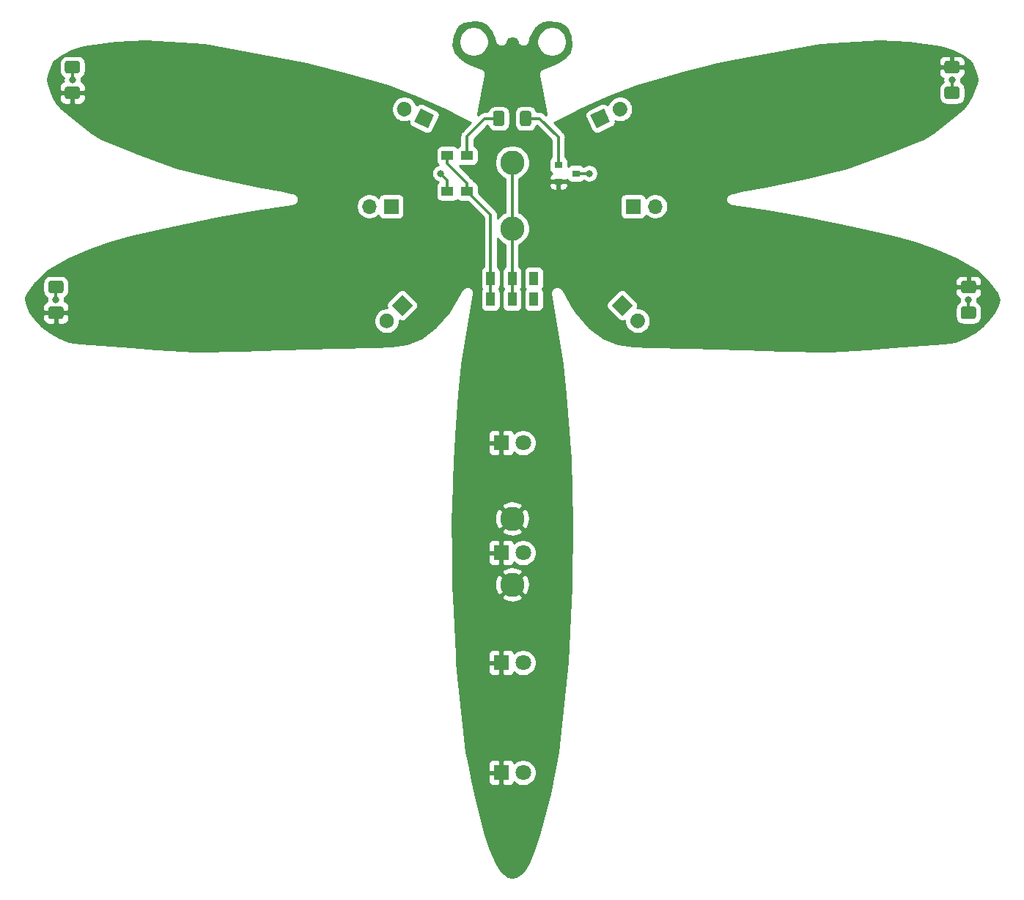
<source format=gbr>
From e55b89a5588fa95f8bbeac76e9181db4f5cc9a8d Mon Sep 17 00:00:00 2001
From: Blaise Thompson <blaise@untzag.com>
Date: Sun, 24 Oct 2021 20:50:41 -0500
Subject: initial commit

---
 gerber/dragonfly-F_Cu.gbr | 5568 +++++++++++++++++++++++++++++++++++++++++++++
 1 file changed, 5568 insertions(+)
 create mode 100644 gerber/dragonfly-F_Cu.gbr

(limited to 'gerber/dragonfly-F_Cu.gbr')

diff --git a/gerber/dragonfly-F_Cu.gbr b/gerber/dragonfly-F_Cu.gbr
new file mode 100644
index 0000000..ac37c51
--- /dev/null
+++ b/gerber/dragonfly-F_Cu.gbr
@@ -0,0 +1,5568 @@
+%TF.GenerationSoftware,KiCad,Pcbnew,5.99.0+really5.1.10+dfsg1-1+b1*%
+%TF.CreationDate,2021-10-24T20:32:13-05:00*%
+%TF.ProjectId,dragonfly,64726167-6f6e-4666-9c79-2e6b69636164,A*%
+%TF.SameCoordinates,Original*%
+%TF.FileFunction,Copper,L1,Top*%
+%TF.FilePolarity,Positive*%
+%FSLAX46Y46*%
+G04 Gerber Fmt 4.6, Leading zero omitted, Abs format (unit mm)*
+G04 Created by KiCad (PCBNEW 5.99.0+really5.1.10+dfsg1-1+b1) date 2021-10-24 20:32:13*
+%MOMM*%
+%LPD*%
+G01*
+G04 APERTURE LIST*
+%TA.AperFunction,ComponentPad*%
+%ADD10C,2.794000*%
+%TD*%
+%TA.AperFunction,ComponentPad*%
+%ADD11C,1.800000*%
+%TD*%
+%TA.AperFunction,ComponentPad*%
+%ADD12R,1.800000X1.800000*%
+%TD*%
+%TA.AperFunction,SMDPad,CuDef*%
+%ADD13R,1.000000X1.600000*%
+%TD*%
+%TA.AperFunction,SMDPad,CuDef*%
+%ADD14R,0.900000X0.800000*%
+%TD*%
+%TA.AperFunction,SMDPad,CuDef*%
+%ADD15R,1.350000X1.100000*%
+%TD*%
+%TA.AperFunction,ComponentPad*%
+%ADD16C,0.100000*%
+%TD*%
+%TA.AperFunction,ComponentPad*%
+%ADD17O,1.700000X1.700000*%
+%TD*%
+%TA.AperFunction,ComponentPad*%
+%ADD18R,1.700000X1.700000*%
+%TD*%
+%TA.AperFunction,ViaPad*%
+%ADD19C,0.800000*%
+%TD*%
+%TA.AperFunction,Conductor*%
+%ADD20C,0.350000*%
+%TD*%
+%TA.AperFunction,Conductor*%
+%ADD21C,0.254000*%
+%TD*%
+%TA.AperFunction,Conductor*%
+%ADD22C,0.100000*%
+%TD*%
+G04 APERTURE END LIST*
+D10*
+%TO.P,BT1,2*%
+%TO.N,GND*%
+X127000000Y-117348000D03*
+X127000000Y-109728000D03*
+%TO.P,BT1,1*%
+%TO.N,Net-(BT1-Pad1)*%
+X127000000Y-76200000D03*
+X127000000Y-68580000D03*
+%TD*%
+D11*
+%TO.P,D4,2*%
+%TO.N,ANODE*%
+X128270000Y-139065000D03*
+D12*
+%TO.P,D4,1*%
+%TO.N,GND*%
+X125730000Y-139065000D03*
+%TD*%
+D13*
+%TO.P,SW1,3*%
+%TO.N,Net-(L1-Pad1)*%
+X124500000Y-84385000D03*
+%TO.P,SW1,2*%
+%TO.N,Net-(BT1-Pad1)*%
+X127000000Y-84385000D03*
+%TO.P,SW1,1*%
+%TO.N,N/C*%
+X129500000Y-84385000D03*
+%TO.P,SW1,6*%
+%TO.N,Net-(L1-Pad1)*%
+X124500000Y-81985000D03*
+%TO.P,SW1,5*%
+%TO.N,Net-(BT1-Pad1)*%
+X127000000Y-81985000D03*
+%TO.P,SW1,4*%
+%TO.N,N/C*%
+X129500000Y-81985000D03*
+%TD*%
+%TO.P,R1,2*%
+%TO.N,Net-(Q1-Pad1)*%
+%TA.AperFunction,SMDPad,CuDef*%
+G36*
+G01*
+X127900000Y-64125000D02*
+X127900000Y-62875000D01*
+G75*
+G02*
+X128150000Y-62625000I250000J0D01*
+G01*
+X128950000Y-62625000D01*
+G75*
+G02*
+X129200000Y-62875000I0J-250000D01*
+G01*
+X129200000Y-64125000D01*
+G75*
+G02*
+X128950000Y-64375000I-250000J0D01*
+G01*
+X128150000Y-64375000D01*
+G75*
+G02*
+X127900000Y-64125000I0J250000D01*
+G01*
+G37*
+%TD.AperFunction*%
+%TO.P,R1,1*%
+%TO.N,Net-(L1-Pad4)*%
+%TA.AperFunction,SMDPad,CuDef*%
+G36*
+G01*
+X124800000Y-64125000D02*
+X124800000Y-62875000D01*
+G75*
+G02*
+X125050000Y-62625000I250000J0D01*
+G01*
+X125850000Y-62625000D01*
+G75*
+G02*
+X126100000Y-62875000I0J-250000D01*
+G01*
+X126100000Y-64125000D01*
+G75*
+G02*
+X125850000Y-64375000I-250000J0D01*
+G01*
+X125050000Y-64375000D01*
+G75*
+G02*
+X124800000Y-64125000I0J250000D01*
+G01*
+G37*
+%TD.AperFunction*%
+%TD*%
+D14*
+%TO.P,Q1,3*%
+%TO.N,ANODE*%
+X134350000Y-69850000D03*
+%TO.P,Q1,2*%
+%TO.N,GND*%
+X132350000Y-70800000D03*
+%TO.P,Q1,1*%
+%TO.N,Net-(Q1-Pad1)*%
+X132350000Y-68900000D03*
+%TD*%
+D15*
+%TO.P,L1,4*%
+%TO.N,Net-(L1-Pad4)*%
+X121775000Y-67800000D03*
+%TO.P,L1,3*%
+%TO.N,Net-(L1-Pad1)*%
+X121775000Y-71900000D03*
+%TO.P,L1,2*%
+%TO.N,ANODE*%
+X119525000Y-71900000D03*
+%TO.P,L1,1*%
+%TO.N,Net-(L1-Pad1)*%
+X119525000Y-67800000D03*
+%TD*%
+%TO.P,D8,2*%
+%TO.N,ANODE*%
+%TA.AperFunction,SMDPad,CuDef*%
+G36*
+G01*
+X179080000Y-85230000D02*
+X180330000Y-85230000D01*
+G75*
+G02*
+X180580000Y-85480000I0J-250000D01*
+G01*
+X180580000Y-86405000D01*
+G75*
+G02*
+X180330000Y-86655000I-250000J0D01*
+G01*
+X179080000Y-86655000D01*
+G75*
+G02*
+X178830000Y-86405000I0J250000D01*
+G01*
+X178830000Y-85480000D01*
+G75*
+G02*
+X179080000Y-85230000I250000J0D01*
+G01*
+G37*
+%TD.AperFunction*%
+%TO.P,D8,1*%
+%TO.N,GND*%
+%TA.AperFunction,SMDPad,CuDef*%
+G36*
+G01*
+X179080000Y-82255000D02*
+X180330000Y-82255000D01*
+G75*
+G02*
+X180580000Y-82505000I0J-250000D01*
+G01*
+X180580000Y-83430000D01*
+G75*
+G02*
+X180330000Y-83680000I-250000J0D01*
+G01*
+X179080000Y-83680000D01*
+G75*
+G02*
+X178830000Y-83430000I0J250000D01*
+G01*
+X178830000Y-82505000D01*
+G75*
+G02*
+X179080000Y-82255000I250000J0D01*
+G01*
+G37*
+%TD.AperFunction*%
+%TD*%
+%TO.P,D7,2*%
+%TO.N,ANODE*%
+%TA.AperFunction,SMDPad,CuDef*%
+G36*
+G01*
+X74920000Y-83680000D02*
+X73670000Y-83680000D01*
+G75*
+G02*
+X73420000Y-83430000I0J250000D01*
+G01*
+X73420000Y-82505000D01*
+G75*
+G02*
+X73670000Y-82255000I250000J0D01*
+G01*
+X74920000Y-82255000D01*
+G75*
+G02*
+X75170000Y-82505000I0J-250000D01*
+G01*
+X75170000Y-83430000D01*
+G75*
+G02*
+X74920000Y-83680000I-250000J0D01*
+G01*
+G37*
+%TD.AperFunction*%
+%TO.P,D7,1*%
+%TO.N,GND*%
+%TA.AperFunction,SMDPad,CuDef*%
+G36*
+G01*
+X74920000Y-86655000D02*
+X73670000Y-86655000D01*
+G75*
+G02*
+X73420000Y-86405000I0J250000D01*
+G01*
+X73420000Y-85480000D01*
+G75*
+G02*
+X73670000Y-85230000I250000J0D01*
+G01*
+X74920000Y-85230000D01*
+G75*
+G02*
+X75170000Y-85480000I0J-250000D01*
+G01*
+X75170000Y-86405000D01*
+G75*
+G02*
+X74920000Y-86655000I-250000J0D01*
+G01*
+G37*
+%TD.AperFunction*%
+%TD*%
+%TO.P,D6,2*%
+%TO.N,ANODE*%
+%TA.AperFunction,SMDPad,CuDef*%
+G36*
+G01*
+X177175000Y-59830000D02*
+X178425000Y-59830000D01*
+G75*
+G02*
+X178675000Y-60080000I0J-250000D01*
+G01*
+X178675000Y-61005000D01*
+G75*
+G02*
+X178425000Y-61255000I-250000J0D01*
+G01*
+X177175000Y-61255000D01*
+G75*
+G02*
+X176925000Y-61005000I0J250000D01*
+G01*
+X176925000Y-60080000D01*
+G75*
+G02*
+X177175000Y-59830000I250000J0D01*
+G01*
+G37*
+%TD.AperFunction*%
+%TO.P,D6,1*%
+%TO.N,GND*%
+%TA.AperFunction,SMDPad,CuDef*%
+G36*
+G01*
+X177175000Y-56855000D02*
+X178425000Y-56855000D01*
+G75*
+G02*
+X178675000Y-57105000I0J-250000D01*
+G01*
+X178675000Y-58030000D01*
+G75*
+G02*
+X178425000Y-58280000I-250000J0D01*
+G01*
+X177175000Y-58280000D01*
+G75*
+G02*
+X176925000Y-58030000I0J250000D01*
+G01*
+X176925000Y-57105000D01*
+G75*
+G02*
+X177175000Y-56855000I250000J0D01*
+G01*
+G37*
+%TD.AperFunction*%
+%TD*%
+%TO.P,D5,2*%
+%TO.N,ANODE*%
+%TA.AperFunction,SMDPad,CuDef*%
+G36*
+G01*
+X76825000Y-58280000D02*
+X75575000Y-58280000D01*
+G75*
+G02*
+X75325000Y-58030000I0J250000D01*
+G01*
+X75325000Y-57105000D01*
+G75*
+G02*
+X75575000Y-56855000I250000J0D01*
+G01*
+X76825000Y-56855000D01*
+G75*
+G02*
+X77075000Y-57105000I0J-250000D01*
+G01*
+X77075000Y-58030000D01*
+G75*
+G02*
+X76825000Y-58280000I-250000J0D01*
+G01*
+G37*
+%TD.AperFunction*%
+%TO.P,D5,1*%
+%TO.N,GND*%
+%TA.AperFunction,SMDPad,CuDef*%
+G36*
+G01*
+X76825000Y-61255000D02*
+X75575000Y-61255000D01*
+G75*
+G02*
+X75325000Y-61005000I0J250000D01*
+G01*
+X75325000Y-60080000D01*
+G75*
+G02*
+X75575000Y-59830000I250000J0D01*
+G01*
+X76825000Y-59830000D01*
+G75*
+G02*
+X77075000Y-60080000I0J-250000D01*
+G01*
+X77075000Y-61005000D01*
+G75*
+G02*
+X76825000Y-61255000I-250000J0D01*
+G01*
+G37*
+%TD.AperFunction*%
+%TD*%
+D11*
+%TO.P,D3,2*%
+%TO.N,ANODE*%
+X128270000Y-126365000D03*
+D12*
+%TO.P,D3,1*%
+%TO.N,GND*%
+X125730000Y-126365000D03*
+%TD*%
+D11*
+%TO.P,D2,2*%
+%TO.N,ANODE*%
+X128270000Y-113665000D03*
+D12*
+%TO.P,D2,1*%
+%TO.N,GND*%
+X125730000Y-113665000D03*
+%TD*%
+D11*
+%TO.P,D1,2*%
+%TO.N,ANODE*%
+X128270000Y-100965000D03*
+D12*
+%TO.P,D1,1*%
+%TO.N,GND*%
+X125730000Y-100965000D03*
+%TD*%
+%TO.P,REF\u002A\u002A,2*%
+%TO.N,N/C*%
+%TA.AperFunction,ComponentPad*%
+G36*
+G01*
+X113104990Y-87487092D02*
+X113104990Y-87487092D01*
+G75*
+G02*
+X111902908Y-87487092I-601041J601041D01*
+G01*
+X111902908Y-87487092D01*
+G75*
+G02*
+X111902908Y-86285010I601041J601041D01*
+G01*
+X111902908Y-86285010D01*
+G75*
+G02*
+X113104990Y-86285010I601041J-601041D01*
+G01*
+X113104990Y-86285010D01*
+G75*
+G02*
+X113104990Y-87487092I-601041J-601041D01*
+G01*
+G37*
+%TD.AperFunction*%
+%TA.AperFunction,ComponentPad*%
+D16*
+%TO.P,REF\u002A\u002A,1*%
+G36*
+X115502082Y-85090000D02*
+G01*
+X114300000Y-86292082D01*
+X113097918Y-85090000D01*
+X114300000Y-83887918D01*
+X115502082Y-85090000D01*
+G37*
+%TD.AperFunction*%
+%TD*%
+D17*
+%TO.P,REF\u002A\u002A,2*%
+%TO.N,N/C*%
+X110490000Y-73660000D03*
+D18*
+%TO.P,REF\u002A\u002A,1*%
+X113030000Y-73660000D03*
+%TD*%
+%TA.AperFunction,ComponentPad*%
+D16*
+%TO.P,REF\u002A\u002A,1*%
+%TO.N,N/C*%
+G36*
+X117251136Y-64629587D02*
+G01*
+X115710413Y-63911136D01*
+X116428864Y-62370413D01*
+X117969587Y-63088864D01*
+X117251136Y-64629587D01*
+G37*
+%TD.AperFunction*%
+%TO.P,REF\u002A\u002A,2*%
+%TA.AperFunction,ComponentPad*%
+G36*
+G01*
+X114178752Y-63196912D02*
+X114178752Y-63196912D01*
+G75*
+G02*
+X113767616Y-62067324I359226J770362D01*
+G01*
+X113767616Y-62067324D01*
+G75*
+G02*
+X114897204Y-61656188I770362J-359226D01*
+G01*
+X114897204Y-61656188D01*
+G75*
+G02*
+X115308340Y-62785776I-359226J-770362D01*
+G01*
+X115308340Y-62785776D01*
+G75*
+G02*
+X114178752Y-63196912I-770362J359226D01*
+G01*
+G37*
+%TD.AperFunction*%
+%TD*%
+%TA.AperFunction,ComponentPad*%
+%TO.P,REF\u002A\u002A,1*%
+%TO.N,N/C*%
+G36*
+X139700000Y-83887918D02*
+G01*
+X140902082Y-85090000D01*
+X139700000Y-86292082D01*
+X138497918Y-85090000D01*
+X139700000Y-83887918D01*
+G37*
+%TD.AperFunction*%
+%TO.P,REF\u002A\u002A,2*%
+%TA.AperFunction,ComponentPad*%
+G36*
+G01*
+X142097092Y-86285010D02*
+X142097092Y-86285010D01*
+G75*
+G02*
+X142097092Y-87487092I-601041J-601041D01*
+G01*
+X142097092Y-87487092D01*
+G75*
+G02*
+X140895010Y-87487092I-601041J601041D01*
+G01*
+X140895010Y-87487092D01*
+G75*
+G02*
+X140895010Y-86285010I601041J601041D01*
+G01*
+X140895010Y-86285010D01*
+G75*
+G02*
+X142097092Y-86285010I601041J-601041D01*
+G01*
+G37*
+%TD.AperFunction*%
+%TD*%
+D18*
+%TO.P,REF\u002A\u002A,1*%
+%TO.N,N/C*%
+X140970000Y-73660000D03*
+D17*
+%TO.P,REF\u002A\u002A,2*%
+X143510000Y-73660000D03*
+%TD*%
+%TO.P,REF\u002A\u002A,2*%
+%TO.N,N/C*%
+%TA.AperFunction,ComponentPad*%
+G36*
+G01*
+X139102796Y-61656188D02*
+X139102796Y-61656188D01*
+G75*
+G02*
+X140232384Y-62067324I359226J-770362D01*
+G01*
+X140232384Y-62067324D01*
+G75*
+G02*
+X139821248Y-63196912I-770362J-359226D01*
+G01*
+X139821248Y-63196912D01*
+G75*
+G02*
+X138691660Y-62785776I-359226J770362D01*
+G01*
+X138691660Y-62785776D01*
+G75*
+G02*
+X139102796Y-61656188I770362J359226D01*
+G01*
+G37*
+%TD.AperFunction*%
+%TA.AperFunction,ComponentPad*%
+D16*
+%TO.P,REF\u002A\u002A,1*%
+G36*
+X136030413Y-63088864D02*
+G01*
+X137571136Y-62370413D01*
+X138289587Y-63911136D01*
+X136748864Y-64629587D01*
+X136030413Y-63088864D01*
+G37*
+%TD.AperFunction*%
+%TD*%
+D19*
+%TO.N,ANODE*%
+X76200000Y-59055000D03*
+X177800000Y-59055000D03*
+X179705000Y-84455000D03*
+X74295000Y-84455000D03*
+X118745000Y-69850000D03*
+X135890000Y-69850000D03*
+%TD*%
+D20*
+%TO.N,Net-(BT1-Pad1)*%
+X127000000Y-76200000D02*
+X127000000Y-68580000D01*
+X127000000Y-84385000D02*
+X127000000Y-76200000D01*
+%TO.N,ANODE*%
+X76200000Y-57567500D02*
+X76200000Y-59055000D01*
+X177800000Y-60542500D02*
+X177800000Y-59055000D01*
+X179705000Y-85942500D02*
+X179705000Y-84455000D01*
+X74295000Y-82967500D02*
+X74295000Y-84455000D01*
+X119525000Y-70630000D02*
+X118745000Y-69850000D01*
+X119525000Y-71900000D02*
+X119525000Y-70630000D01*
+X134350000Y-69850000D02*
+X135890000Y-69850000D01*
+%TO.N,Net-(L1-Pad4)*%
+X125450000Y-63500000D02*
+X123825000Y-63500000D01*
+X121775000Y-67800000D02*
+X121775000Y-65550000D01*
+X121775000Y-65550000D02*
+X123825000Y-63500000D01*
+%TO.N,Net-(L1-Pad1)*%
+X119525000Y-67800000D02*
+X119525000Y-68725000D01*
+X119525000Y-68725000D02*
+X120015000Y-69215000D01*
+X121775000Y-71900000D02*
+X121775000Y-70975000D01*
+X121775000Y-70975000D02*
+X120015000Y-69215000D01*
+X124500000Y-74625000D02*
+X121775000Y-71900000D01*
+X124500000Y-84385000D02*
+X124500000Y-74625000D01*
+%TO.N,Net-(Q1-Pad1)*%
+X132350000Y-65675000D02*
+X132350000Y-68900000D01*
+X130175000Y-63500000D02*
+X132350000Y-65675000D01*
+X128550000Y-63500000D02*
+X130175000Y-63500000D01*
+%TD*%
+D21*
+%TO.N,GND*%
+X131978368Y-52417327D02*
+X132552030Y-52568445D01*
+X132985050Y-52796208D01*
+X133277565Y-53060886D01*
+X133717868Y-53928603D01*
+X133818939Y-55060681D01*
+X133592870Y-55841251D01*
+X133087349Y-56457066D01*
+X132395931Y-56943452D01*
+X131694453Y-57273217D01*
+X130589892Y-57678666D01*
+X130542876Y-57692609D01*
+X130490110Y-57720393D01*
+X130436393Y-57746339D01*
+X130426133Y-57754079D01*
+X130414767Y-57760064D01*
+X130368435Y-57797608D01*
+X130320813Y-57833535D01*
+X130312261Y-57843127D01*
+X130302280Y-57851215D01*
+X130264166Y-57897072D01*
+X130224464Y-57941604D01*
+X130217947Y-57952682D01*
+X130209737Y-57962560D01*
+X130181296Y-58014983D01*
+X130151051Y-58066394D01*
+X130146823Y-58078524D01*
+X130140694Y-58089820D01*
+X130123022Y-58146800D01*
+X130103393Y-58203107D01*
+X130101612Y-58215829D01*
+X130097805Y-58228104D01*
+X130091590Y-58287429D01*
+X130083322Y-58346492D01*
+X130084058Y-58359321D01*
+X130082719Y-58372098D01*
+X130088196Y-58431489D01*
+X130091610Y-58491036D01*
+X130103915Y-58538507D01*
+X130512392Y-60660951D01*
+X130512466Y-60661732D01*
+X130519173Y-60696183D01*
+X130525889Y-60731080D01*
+X130526115Y-60731841D01*
+X130849359Y-62392245D01*
+X130942716Y-63122204D01*
+X130775899Y-62955387D01*
+X130750528Y-62924472D01*
+X130627189Y-62823251D01*
+X130486473Y-62748037D01*
+X130333788Y-62701720D01*
+X130214791Y-62690000D01*
+X130214788Y-62690000D01*
+X130175000Y-62686081D01*
+X130135212Y-62690000D01*
+X129817445Y-62690000D01*
+X129770472Y-62535150D01*
+X129688405Y-62381614D01*
+X129577962Y-62247038D01*
+X129443386Y-62136595D01*
+X129289850Y-62054528D01*
+X129123254Y-62003992D01*
+X128950000Y-61986928D01*
+X128150000Y-61986928D01*
+X127976746Y-62003992D01*
+X127810150Y-62054528D01*
+X127656614Y-62136595D01*
+X127522038Y-62247038D01*
+X127411595Y-62381614D01*
+X127329528Y-62535150D01*
+X127278992Y-62701746D01*
+X127261928Y-62875000D01*
+X127261928Y-64125000D01*
+X127278992Y-64298254D01*
+X127329528Y-64464850D01*
+X127411595Y-64618386D01*
+X127522038Y-64752962D01*
+X127656614Y-64863405D01*
+X127810150Y-64945472D01*
+X127976746Y-64996008D01*
+X128150000Y-65013072D01*
+X128950000Y-65013072D01*
+X129123254Y-64996008D01*
+X129289850Y-64945472D01*
+X129443386Y-64863405D01*
+X129577962Y-64752962D01*
+X129688405Y-64618386D01*
+X129770472Y-64464850D01*
+X129817445Y-64310000D01*
+X129839488Y-64310000D01*
+X131540000Y-66010513D01*
+X131540001Y-67973981D01*
+X131448815Y-68048815D01*
+X131369463Y-68145506D01*
+X131310498Y-68255820D01*
+X131274188Y-68375518D01*
+X131261928Y-68500000D01*
+X131261928Y-69300000D01*
+X131274188Y-69424482D01*
+X131310498Y-69544180D01*
+X131369463Y-69654494D01*
+X131448815Y-69751185D01*
+X131545506Y-69830537D01*
+X131581918Y-69850000D01*
+X131545506Y-69869463D01*
+X131448815Y-69948815D01*
+X131369463Y-70045506D01*
+X131310498Y-70155820D01*
+X131274188Y-70275518D01*
+X131261928Y-70400000D01*
+X131265000Y-70514250D01*
+X131423750Y-70673000D01*
+X132223000Y-70673000D01*
+X132223000Y-70653000D01*
+X132477000Y-70653000D01*
+X132477000Y-70673000D01*
+X133276250Y-70673000D01*
+X133360857Y-70588393D01*
+X133369463Y-70604494D01*
+X133448815Y-70701185D01*
+X133545506Y-70780537D01*
+X133655820Y-70839502D01*
+X133775518Y-70875812D01*
+X133900000Y-70888072D01*
+X134800000Y-70888072D01*
+X134924482Y-70875812D01*
+X135044180Y-70839502D01*
+X135154494Y-70780537D01*
+X135251185Y-70701185D01*
+X135268805Y-70679715D01*
+X135399744Y-70767205D01*
+X135588102Y-70845226D01*
+X135788061Y-70885000D01*
+X135991939Y-70885000D01*
+X136191898Y-70845226D01*
+X136380256Y-70767205D01*
+X136549774Y-70653937D01*
+X136693937Y-70509774D01*
+X136807205Y-70340256D01*
+X136885226Y-70151898D01*
+X136925000Y-69951939D01*
+X136925000Y-69748061D01*
+X136885226Y-69548102D01*
+X136807205Y-69359744D01*
+X136693937Y-69190226D01*
+X136549774Y-69046063D01*
+X136380256Y-68932795D01*
+X136191898Y-68854774D01*
+X135991939Y-68815000D01*
+X135788061Y-68815000D01*
+X135588102Y-68854774D01*
+X135399744Y-68932795D01*
+X135268805Y-69020285D01*
+X135251185Y-68998815D01*
+X135154494Y-68919463D01*
+X135044180Y-68860498D01*
+X134924482Y-68824188D01*
+X134800000Y-68811928D01*
+X133900000Y-68811928D01*
+X133775518Y-68824188D01*
+X133655820Y-68860498D01*
+X133545506Y-68919463D01*
+X133448815Y-68998815D01*
+X133438072Y-69011905D01*
+X133438072Y-68500000D01*
+X133425812Y-68375518D01*
+X133389502Y-68255820D01*
+X133330537Y-68145506D01*
+X133251185Y-68048815D01*
+X133160000Y-67973982D01*
+X133160000Y-65714787D01*
+X133163919Y-65674999D01*
+X133157299Y-65607786D01*
+X133148280Y-65516212D01*
+X133101963Y-65363527D01*
+X133026749Y-65222811D01*
+X132925528Y-65099472D01*
+X132894619Y-65074106D01*
+X131819667Y-63999154D01*
+X131850156Y-63992164D01*
+X131904339Y-63982408D01*
+X131920618Y-63976009D01*
+X131937656Y-63972103D01*
+X131987865Y-63949577D01*
+X132005321Y-63942716D01*
+X132020796Y-63934803D01*
+X132069753Y-63912839D01*
+X132085126Y-63901909D01*
+X133620729Y-63116696D01*
+X135392948Y-63116696D01*
+X135410627Y-63240525D01*
+X135452123Y-63358525D01*
+X136170574Y-64899248D01*
+X136234294Y-65006885D01*
+X136317789Y-65100023D01*
+X136417849Y-65175082D01*
+X136530631Y-65229179D01*
+X136651798Y-65260233D01*
+X136776696Y-65267052D01*
+X136900525Y-65249373D01*
+X137018525Y-65207877D01*
+X138559248Y-64489426D01*
+X138666885Y-64425706D01*
+X138760023Y-64342211D01*
+X138835082Y-64242151D01*
+X138889179Y-64129369D01*
+X138920233Y-64008202D01*
+X138927052Y-63883304D01*
+X138916279Y-63807848D01*
+X139028864Y-63854482D01*
+X139315762Y-63911550D01*
+X139608282Y-63911550D01*
+X139895180Y-63854482D01*
+X140165433Y-63742540D01*
+X140408654Y-63580025D01*
+X140615497Y-63373182D01*
+X140778012Y-63129961D01*
+X140889954Y-62859708D01*
+X140947022Y-62572810D01*
+X140947022Y-62280290D01*
+X140889954Y-61993392D01*
+X140778012Y-61723139D01*
+X140615497Y-61479918D01*
+X140408654Y-61273075D01*
+X140165433Y-61110560D01*
+X139895180Y-60998618D01*
+X139608282Y-60941550D01*
+X139315762Y-60941550D01*
+X139028864Y-60998618D01*
+X138758611Y-61110560D01*
+X138515390Y-61273075D01*
+X138308547Y-61479918D01*
+X138146032Y-61723139D01*
+X138050481Y-61953821D01*
+X138002211Y-61899977D01*
+X137902151Y-61824918D01*
+X137789369Y-61770821D01*
+X137668202Y-61739767D01*
+X137543304Y-61732948D01*
+X137419475Y-61750627D01*
+X137301475Y-61792123D01*
+X135760752Y-62510574D01*
+X135653115Y-62574294D01*
+X135559977Y-62657789D01*
+X135484918Y-62757849D01*
+X135430821Y-62870631D01*
+X135399767Y-62991798D01*
+X135392948Y-63116696D01*
+X133620729Y-63116696D01*
+X134890270Y-62467531D01*
+X138128161Y-61002960D01*
+X141420045Y-59701161D01*
+X146171804Y-58353225D01*
+X146454380Y-58280000D01*
+X176286928Y-58280000D01*
+X176299188Y-58404482D01*
+X176335498Y-58524180D01*
+X176394463Y-58634494D01*
+X176473815Y-58731185D01*
+X176570506Y-58810537D01*
+X176680820Y-58869502D01*
+X176775885Y-58898340D01*
+X176765000Y-58953061D01*
+X176765000Y-59156939D01*
+X176790187Y-59283562D01*
+X176681614Y-59341595D01*
+X176547038Y-59452038D01*
+X176436595Y-59586614D01*
+X176354528Y-59740150D01*
+X176303992Y-59906746D01*
+X176286928Y-60080000D01*
+X176286928Y-61005000D01*
+X176303992Y-61178254D01*
+X176354528Y-61344850D01*
+X176436595Y-61498386D01*
+X176547038Y-61632962D01*
+X176681614Y-61743405D01*
+X176835150Y-61825472D01*
+X177001746Y-61876008D01*
+X177175000Y-61893072D01*
+X178425000Y-61893072D01*
+X178598254Y-61876008D01*
+X178764850Y-61825472D01*
+X178918386Y-61743405D01*
+X179052962Y-61632962D01*
+X179163405Y-61498386D01*
+X179245472Y-61344850D01*
+X179296008Y-61178254D01*
+X179313072Y-61005000D01*
+X179313072Y-60080000D01*
+X179296008Y-59906746D01*
+X179245472Y-59740150D01*
+X179163405Y-59586614D01*
+X179052962Y-59452038D01*
+X178918386Y-59341595D01*
+X178809813Y-59283562D01*
+X178835000Y-59156939D01*
+X178835000Y-58953061D01*
+X178824115Y-58898340D01*
+X178919180Y-58869502D01*
+X179029494Y-58810537D01*
+X179126185Y-58731185D01*
+X179205537Y-58634494D01*
+X179264502Y-58524180D01*
+X179300812Y-58404482D01*
+X179313072Y-58280000D01*
+X179310000Y-57853250D01*
+X179151250Y-57694500D01*
+X177927000Y-57694500D01*
+X177927000Y-57714500D01*
+X177673000Y-57714500D01*
+X177673000Y-57694500D01*
+X176448750Y-57694500D01*
+X176290000Y-57853250D01*
+X176286928Y-58280000D01*
+X146454380Y-58280000D01*
+X150772790Y-57160957D01*
+X152436440Y-56855000D01*
+X176286928Y-56855000D01*
+X176290000Y-57281750D01*
+X176448750Y-57440500D01*
+X177673000Y-57440500D01*
+X177673000Y-56378750D01*
+X177927000Y-56378750D01*
+X177927000Y-57440500D01*
+X179151250Y-57440500D01*
+X179310000Y-57281750D01*
+X179313072Y-56855000D01*
+X179300812Y-56730518D01*
+X179264502Y-56610820D01*
+X179205537Y-56500506D01*
+X179126185Y-56403815D01*
+X179029494Y-56324463D01*
+X178919180Y-56265498D01*
+X178799482Y-56229188D01*
+X178675000Y-56216928D01*
+X178085750Y-56220000D01*
+X177927000Y-56378750D01*
+X177673000Y-56378750D01*
+X177514250Y-56220000D01*
+X176925000Y-56216928D01*
+X176800518Y-56229188D01*
+X176680820Y-56265498D01*
+X176570506Y-56324463D01*
+X176473815Y-56403815D01*
+X176394463Y-56500506D01*
+X176335498Y-56610820D01*
+X176299188Y-56730518D01*
+X176286928Y-56855000D01*
+X152436440Y-56855000D01*
+X162578604Y-54989785D01*
+X169424508Y-54522763D01*
+X172786990Y-54706269D01*
+X176490576Y-55246954D01*
+X177848018Y-55687813D01*
+X179007834Y-56276008D01*
+X179815383Y-56843021D01*
+X180115044Y-57173473D01*
+X180535573Y-58318302D01*
+X180662415Y-58979234D01*
+X180613652Y-59452861D01*
+X180056837Y-60902407D01*
+X179632640Y-61700604D01*
+X179066582Y-62354567D01*
+X176870907Y-64155591D01*
+X175582898Y-65123513D01*
+X174518105Y-65789537D01*
+X170056667Y-67564535D01*
+X165640427Y-69202258D01*
+X161148857Y-70276060D01*
+X156339000Y-71330937D01*
+X153471140Y-71864071D01*
+X152484723Y-72045732D01*
+X152437096Y-72051265D01*
+X152379297Y-72069907D01*
+X152320925Y-72086711D01*
+X152278318Y-72108712D01*
+X152174171Y-72154000D01*
+X152149112Y-72161325D01*
+X152107934Y-72182803D01*
+X152098619Y-72186853D01*
+X152075940Y-72199490D01*
+X152020741Y-72228280D01*
+X152012771Y-72234687D01*
+X152003837Y-72239665D01*
+X151956413Y-72279992D01*
+X151907899Y-72318992D01*
+X151901332Y-72326831D01*
+X151893541Y-72333456D01*
+X151854896Y-72382261D01*
+X151814923Y-72429975D01*
+X151810012Y-72438944D01*
+X151803662Y-72446963D01*
+X151775280Y-72502372D01*
+X151745385Y-72556965D01*
+X151742317Y-72566721D01*
+X151737655Y-72575823D01*
+X151720632Y-72635686D01*
+X151701957Y-72695080D01*
+X151700851Y-72705250D01*
+X151698055Y-72715084D01*
+X151693038Y-72777120D01*
+X151686309Y-72839014D01*
+X151687208Y-72849201D01*
+X151686384Y-72859395D01*
+X151693567Y-72921226D01*
+X151699042Y-72983235D01*
+X151701912Y-72993052D01*
+X151703092Y-73003210D01*
+X151722198Y-73062446D01*
+X151739666Y-73122201D01*
+X151744396Y-73131270D01*
+X151747535Y-73141002D01*
+X151777834Y-73195380D01*
+X151806621Y-73250572D01*
+X151813028Y-73258542D01*
+X151818006Y-73267476D01*
+X151858333Y-73314900D01*
+X151897333Y-73363414D01*
+X151905172Y-73369981D01*
+X151911797Y-73377772D01*
+X151960602Y-73416417D01*
+X152008316Y-73456390D01*
+X152017285Y-73461301D01*
+X152025304Y-73467651D01*
+X152080706Y-73496030D01*
+X152103484Y-73508503D01*
+X152112834Y-73512487D01*
+X152154164Y-73533658D01*
+X152179273Y-73540798D01*
+X152268379Y-73578768D01*
+X152323307Y-73604288D01*
+X152370058Y-73615659D01*
+X152415950Y-73630089D01*
+X152476154Y-73636635D01*
+X156534900Y-74210346D01*
+X160833565Y-74944666D01*
+X166115098Y-76085938D01*
+X171084507Y-77163470D01*
+X173478460Y-77827731D01*
+X175856144Y-78660827D01*
+X178241199Y-79724160D01*
+X180606235Y-81050525D01*
+X182039884Y-82462333D01*
+X182974517Y-83689176D01*
+X183191343Y-84151653D01*
+X183225163Y-84453846D01*
+X183051725Y-85068611D01*
+X182665647Y-85846610D01*
+X182088223Y-86667257D01*
+X181334272Y-87468660D01*
+X180419942Y-88196166D01*
+X179360951Y-88799967D01*
+X178170656Y-89234091D01*
+X176822154Y-89460592D01*
+X172080461Y-89795556D01*
+X172074085Y-89795490D01*
+X172044452Y-89798100D01*
+X172014791Y-89800195D01*
+X172008507Y-89801265D01*
+X168016663Y-90152813D01*
+X163711858Y-90366620D01*
+X158029877Y-90287597D01*
+X156395133Y-90170588D01*
+X156374229Y-90168228D01*
+X156359174Y-90168014D01*
+X156344131Y-90166937D01*
+X156323070Y-90167500D01*
+X153527223Y-90127711D01*
+X147476083Y-89936287D01*
+X147466786Y-89935313D01*
+X147440037Y-89935147D01*
+X147413269Y-89934300D01*
+X147403931Y-89934922D01*
+X142974430Y-89907399D01*
+X140993546Y-89814124D01*
+X139184328Y-89497473D01*
+X137512584Y-88839317D01*
+X135922973Y-87702694D01*
+X134371361Y-85918964D01*
+X133885300Y-85090000D01*
+X137859846Y-85090000D01*
+X137872106Y-85214482D01*
+X137908416Y-85334180D01*
+X137967381Y-85444494D01*
+X138046733Y-85541185D01*
+X139248815Y-86743267D01*
+X139345506Y-86822619D01*
+X139455820Y-86881584D01*
+X139575518Y-86917894D01*
+X139700000Y-86930154D01*
+X139824482Y-86917894D01*
+X139944180Y-86881584D01*
+X140011051Y-86845840D01*
+X140011051Y-87032311D01*
+X140068119Y-87319209D01*
+X140180061Y-87589462D01*
+X140342576Y-87832683D01*
+X140549419Y-88039526D01*
+X140792640Y-88202041D01*
+X141062893Y-88313983D01*
+X141349791Y-88371051D01*
+X141642311Y-88371051D01*
+X141929209Y-88313983D01*
+X142199462Y-88202041D01*
+X142442683Y-88039526D01*
+X142649526Y-87832683D01*
+X142812041Y-87589462D01*
+X142923983Y-87319209D01*
+X142981051Y-87032311D01*
+X142981051Y-86739791D01*
+X142923983Y-86452893D01*
+X142812041Y-86182640D01*
+X142649526Y-85939419D01*
+X142442683Y-85732576D01*
+X142199462Y-85570061D01*
+X141929209Y-85458119D01*
+X141642311Y-85401051D01*
+X141455840Y-85401051D01*
+X141491584Y-85334180D01*
+X141527894Y-85214482D01*
+X141540154Y-85090000D01*
+X141527894Y-84965518D01*
+X141491584Y-84845820D01*
+X141432619Y-84735506D01*
+X141353267Y-84638815D01*
+X140394452Y-83680000D01*
+X178191928Y-83680000D01*
+X178204188Y-83804482D01*
+X178240498Y-83924180D01*
+X178299463Y-84034494D01*
+X178378815Y-84131185D01*
+X178475506Y-84210537D01*
+X178585820Y-84269502D01*
+X178680885Y-84298340D01*
+X178670000Y-84353061D01*
+X178670000Y-84556939D01*
+X178695187Y-84683562D01*
+X178586614Y-84741595D01*
+X178452038Y-84852038D01*
+X178341595Y-84986614D01*
+X178259528Y-85140150D01*
+X178208992Y-85306746D01*
+X178191928Y-85480000D01*
+X178191928Y-86405000D01*
+X178208992Y-86578254D01*
+X178259528Y-86744850D01*
+X178341595Y-86898386D01*
+X178452038Y-87032962D01*
+X178586614Y-87143405D01*
+X178740150Y-87225472D01*
+X178906746Y-87276008D01*
+X179080000Y-87293072D01*
+X180330000Y-87293072D01*
+X180503254Y-87276008D01*
+X180669850Y-87225472D01*
+X180823386Y-87143405D01*
+X180957962Y-87032962D01*
+X181068405Y-86898386D01*
+X181150472Y-86744850D01*
+X181201008Y-86578254D01*
+X181218072Y-86405000D01*
+X181218072Y-85480000D01*
+X181201008Y-85306746D01*
+X181150472Y-85140150D01*
+X181068405Y-84986614D01*
+X180957962Y-84852038D01*
+X180823386Y-84741595D01*
+X180714813Y-84683562D01*
+X180740000Y-84556939D01*
+X180740000Y-84353061D01*
+X180729115Y-84298340D01*
+X180824180Y-84269502D01*
+X180934494Y-84210537D01*
+X181031185Y-84131185D01*
+X181110537Y-84034494D01*
+X181169502Y-83924180D01*
+X181205812Y-83804482D01*
+X181218072Y-83680000D01*
+X181215000Y-83253250D01*
+X181056250Y-83094500D01*
+X179832000Y-83094500D01*
+X179832000Y-83114500D01*
+X179578000Y-83114500D01*
+X179578000Y-83094500D01*
+X178353750Y-83094500D01*
+X178195000Y-83253250D01*
+X178191928Y-83680000D01*
+X140394452Y-83680000D01*
+X140151185Y-83436733D01*
+X140054494Y-83357381D01*
+X139944180Y-83298416D01*
+X139824482Y-83262106D01*
+X139700000Y-83249846D01*
+X139575518Y-83262106D01*
+X139455820Y-83298416D01*
+X139345506Y-83357381D01*
+X139248815Y-83436733D01*
+X138046733Y-84638815D01*
+X137967381Y-84735506D01*
+X137908416Y-84845820D01*
+X137872106Y-84965518D01*
+X137859846Y-85090000D01*
+X133885300Y-85090000D01*
+X132835450Y-83299512D01*
+X132815139Y-83258340D01*
+X132776917Y-83208544D01*
+X132740006Y-83157759D01*
+X132732884Y-83151178D01*
+X132726983Y-83143490D01*
+X132679777Y-83102104D01*
+X132633671Y-83059500D01*
+X132625406Y-83054437D01*
+X132618115Y-83048045D01*
+X132563732Y-83016658D01*
+X132510211Y-82983873D01*
+X132501117Y-82980520D01*
+X132492719Y-82975673D01*
+X132433268Y-82955503D01*
+X132374368Y-82933785D01*
+X132364791Y-82932270D01*
+X132355613Y-82929156D01*
+X132293373Y-82920972D01*
+X132231365Y-82911162D01*
+X132221680Y-82911544D01*
+X132212066Y-82910280D01*
+X132149431Y-82914395D01*
+X132086695Y-82916871D01*
+X132077265Y-82919137D01*
+X132067597Y-82919772D01*
+X132006987Y-82936022D01*
+X131945920Y-82950695D01*
+X131937114Y-82954756D01*
+X131927754Y-82957266D01*
+X131871463Y-82985036D01*
+X131814447Y-83011333D01*
+X131806606Y-83017032D01*
+X131797912Y-83021321D01*
+X131748120Y-83059540D01*
+X131697331Y-83096454D01*
+X131690750Y-83103576D01*
+X131683062Y-83109477D01*
+X131641676Y-83156683D01*
+X131599072Y-83202789D01*
+X131594009Y-83211054D01*
+X131587617Y-83218345D01*
+X131556230Y-83272728D01*
+X131523445Y-83326249D01*
+X131520092Y-83335343D01*
+X131515245Y-83343741D01*
+X131495075Y-83403192D01*
+X131473357Y-83462092D01*
+X131471842Y-83471669D01*
+X131468728Y-83480847D01*
+X131460544Y-83543087D01*
+X131450734Y-83605095D01*
+X131451116Y-83614780D01*
+X131449852Y-83624394D01*
+X131453968Y-83687040D01*
+X131456443Y-83749765D01*
+X131467168Y-83794404D01*
+X132812907Y-91937607D01*
+X133150382Y-95349598D01*
+X133697171Y-102806570D01*
+X133906639Y-110105231D01*
+X133828066Y-117512826D01*
+X133415790Y-126300843D01*
+X132313694Y-136714678D01*
+X131341600Y-141504324D01*
+X130102736Y-146259170D01*
+X129585730Y-147795348D01*
+X128856262Y-149504924D01*
+X128426561Y-150211728D01*
+X127956172Y-150753008D01*
+X127479817Y-151075325D01*
+X127006253Y-151185482D01*
+X126532687Y-151075324D01*
+X126056334Y-150753010D01*
+X125585945Y-150211730D01*
+X125156243Y-149504923D01*
+X124426786Y-147795366D01*
+X123909774Y-146259161D01*
+X122670924Y-141504349D01*
+X122358498Y-139965000D01*
+X124191928Y-139965000D01*
+X124204188Y-140089482D01*
+X124240498Y-140209180D01*
+X124299463Y-140319494D01*
+X124378815Y-140416185D01*
+X124475506Y-140495537D01*
+X124585820Y-140554502D01*
+X124705518Y-140590812D01*
+X124830000Y-140603072D01*
+X125444250Y-140600000D01*
+X125603000Y-140441250D01*
+X125603000Y-139192000D01*
+X124353750Y-139192000D01*
+X124195000Y-139350750D01*
+X124191928Y-139965000D01*
+X122358498Y-139965000D01*
+X121993170Y-138165000D01*
+X124191928Y-138165000D01*
+X124195000Y-138779250D01*
+X124353750Y-138938000D01*
+X125603000Y-138938000D01*
+X125603000Y-137688750D01*
+X125857000Y-137688750D01*
+X125857000Y-138938000D01*
+X125877000Y-138938000D01*
+X125877000Y-139192000D01*
+X125857000Y-139192000D01*
+X125857000Y-140441250D01*
+X126015750Y-140600000D01*
+X126630000Y-140603072D01*
+X126754482Y-140590812D01*
+X126874180Y-140554502D01*
+X126984494Y-140495537D01*
+X127081185Y-140416185D01*
+X127160537Y-140319494D01*
+X127219502Y-140209180D01*
+X127225056Y-140190873D01*
+X127291495Y-140257312D01*
+X127542905Y-140425299D01*
+X127822257Y-140541011D01*
+X128118816Y-140600000D01*
+X128421184Y-140600000D01*
+X128717743Y-140541011D01*
+X128997095Y-140425299D01*
+X129248505Y-140257312D01*
+X129462312Y-140043505D01*
+X129630299Y-139792095D01*
+X129746011Y-139512743D01*
+X129805000Y-139216184D01*
+X129805000Y-138913816D01*
+X129746011Y-138617257D01*
+X129630299Y-138337905D01*
+X129462312Y-138086495D01*
+X129248505Y-137872688D01*
+X128997095Y-137704701D01*
+X128717743Y-137588989D01*
+X128421184Y-137530000D01*
+X128118816Y-137530000D01*
+X127822257Y-137588989D01*
+X127542905Y-137704701D01*
+X127291495Y-137872688D01*
+X127225056Y-137939127D01*
+X127219502Y-137920820D01*
+X127160537Y-137810506D01*
+X127081185Y-137713815D01*
+X126984494Y-137634463D01*
+X126874180Y-137575498D01*
+X126754482Y-137539188D01*
+X126630000Y-137526928D01*
+X126015750Y-137530000D01*
+X125857000Y-137688750D01*
+X125603000Y-137688750D01*
+X125444250Y-137530000D01*
+X124830000Y-137526928D01*
+X124705518Y-137539188D01*
+X124585820Y-137575498D01*
+X124475506Y-137634463D01*
+X124378815Y-137713815D01*
+X124299463Y-137810506D01*
+X124240498Y-137920820D01*
+X124204188Y-138040518D01*
+X124191928Y-138165000D01*
+X121993170Y-138165000D01*
+X121698813Y-136714684D01*
+X120698761Y-127265000D01*
+X124191928Y-127265000D01*
+X124204188Y-127389482D01*
+X124240498Y-127509180D01*
+X124299463Y-127619494D01*
+X124378815Y-127716185D01*
+X124475506Y-127795537D01*
+X124585820Y-127854502D01*
+X124705518Y-127890812D01*
+X124830000Y-127903072D01*
+X125444250Y-127900000D01*
+X125603000Y-127741250D01*
+X125603000Y-126492000D01*
+X124353750Y-126492000D01*
+X124195000Y-126650750D01*
+X124191928Y-127265000D01*
+X120698761Y-127265000D01*
+X120596726Y-126300862D01*
+X120557513Y-125465000D01*
+X124191928Y-125465000D01*
+X124195000Y-126079250D01*
+X124353750Y-126238000D01*
+X125603000Y-126238000D01*
+X125603000Y-124988750D01*
+X125857000Y-124988750D01*
+X125857000Y-126238000D01*
+X125877000Y-126238000D01*
+X125877000Y-126492000D01*
+X125857000Y-126492000D01*
+X125857000Y-127741250D01*
+X126015750Y-127900000D01*
+X126630000Y-127903072D01*
+X126754482Y-127890812D01*
+X126874180Y-127854502D01*
+X126984494Y-127795537D01*
+X127081185Y-127716185D01*
+X127160537Y-127619494D01*
+X127219502Y-127509180D01*
+X127225056Y-127490873D01*
+X127291495Y-127557312D01*
+X127542905Y-127725299D01*
+X127822257Y-127841011D01*
+X128118816Y-127900000D01*
+X128421184Y-127900000D01*
+X128717743Y-127841011D01*
+X128997095Y-127725299D01*
+X129248505Y-127557312D01*
+X129462312Y-127343505D01*
+X129630299Y-127092095D01*
+X129746011Y-126812743D01*
+X129805000Y-126516184D01*
+X129805000Y-126213816D01*
+X129746011Y-125917257D01*
+X129630299Y-125637905D01*
+X129462312Y-125386495D01*
+X129248505Y-125172688D01*
+X128997095Y-125004701D01*
+X128717743Y-124888989D01*
+X128421184Y-124830000D01*
+X128118816Y-124830000D01*
+X127822257Y-124888989D01*
+X127542905Y-125004701D01*
+X127291495Y-125172688D01*
+X127225056Y-125239127D01*
+X127219502Y-125220820D01*
+X127160537Y-125110506D01*
+X127081185Y-125013815D01*
+X126984494Y-124934463D01*
+X126874180Y-124875498D01*
+X126754482Y-124839188D01*
+X126630000Y-124826928D01*
+X126015750Y-124830000D01*
+X125857000Y-124988750D01*
+X125603000Y-124988750D01*
+X125444250Y-124830000D01*
+X124830000Y-124826928D01*
+X124705518Y-124839188D01*
+X124585820Y-124875498D01*
+X124475506Y-124934463D01*
+X124378815Y-125013815D01*
+X124299463Y-125110506D01*
+X124240498Y-125220820D01*
+X124204188Y-125340518D01*
+X124191928Y-125465000D01*
+X120557513Y-125465000D01*
+X120243256Y-118766311D01*
+X125761294Y-118766311D01*
+X125904910Y-119071327D01*
+X126262157Y-119251855D01*
+X126647758Y-119359220D01*
+X127046895Y-119389294D01*
+X127444231Y-119340922D01*
+X127824495Y-119215964D01*
+X128095090Y-119071327D01*
+X128238706Y-118766311D01*
+X127000000Y-117527605D01*
+X125761294Y-118766311D01*
+X120243256Y-118766311D01*
+X120184451Y-117512833D01*
+X120183198Y-117394895D01*
+X124958706Y-117394895D01*
+X125007078Y-117792231D01*
+X125132036Y-118172495D01*
+X125276673Y-118443090D01*
+X125581689Y-118586706D01*
+X126820395Y-117348000D01*
+X127179605Y-117348000D01*
+X128418311Y-118586706D01*
+X128723327Y-118443090D01*
+X128903855Y-118085843D01*
+X129011220Y-117700242D01*
+X129041294Y-117301105D01*
+X128992922Y-116903769D01*
+X128867964Y-116523505D01*
+X128723327Y-116252910D01*
+X128418311Y-116109294D01*
+X127179605Y-117348000D01*
+X126820395Y-117348000D01*
+X125581689Y-116109294D01*
+X125276673Y-116252910D01*
+X125096145Y-116610157D01*
+X124988780Y-116995758D01*
+X124958706Y-117394895D01*
+X120183198Y-117394895D01*
+X120167629Y-115929689D01*
+X125761294Y-115929689D01*
+X127000000Y-117168395D01*
+X128238706Y-115929689D01*
+X128095090Y-115624673D01*
+X127737843Y-115444145D01*
+X127352242Y-115336780D01*
+X126953105Y-115306706D01*
+X126555769Y-115355078D01*
+X126175505Y-115480036D01*
+X125904910Y-115624673D01*
+X125761294Y-115929689D01*
+X120167629Y-115929689D01*
+X120153127Y-114565000D01*
+X124191928Y-114565000D01*
+X124204188Y-114689482D01*
+X124240498Y-114809180D01*
+X124299463Y-114919494D01*
+X124378815Y-115016185D01*
+X124475506Y-115095537D01*
+X124585820Y-115154502D01*
+X124705518Y-115190812D01*
+X124830000Y-115203072D01*
+X125444250Y-115200000D01*
+X125603000Y-115041250D01*
+X125603000Y-113792000D01*
+X124353750Y-113792000D01*
+X124195000Y-113950750D01*
+X124191928Y-114565000D01*
+X120153127Y-114565000D01*
+X120134000Y-112765000D01*
+X124191928Y-112765000D01*
+X124195000Y-113379250D01*
+X124353750Y-113538000D01*
+X125603000Y-113538000D01*
+X125603000Y-112288750D01*
+X125857000Y-112288750D01*
+X125857000Y-113538000D01*
+X125877000Y-113538000D01*
+X125877000Y-113792000D01*
+X125857000Y-113792000D01*
+X125857000Y-115041250D01*
+X126015750Y-115200000D01*
+X126630000Y-115203072D01*
+X126754482Y-115190812D01*
+X126874180Y-115154502D01*
+X126984494Y-115095537D01*
+X127081185Y-115016185D01*
+X127160537Y-114919494D01*
+X127219502Y-114809180D01*
+X127225056Y-114790873D01*
+X127291495Y-114857312D01*
+X127542905Y-115025299D01*
+X127822257Y-115141011D01*
+X128118816Y-115200000D01*
+X128421184Y-115200000D01*
+X128717743Y-115141011D01*
+X128997095Y-115025299D01*
+X129248505Y-114857312D01*
+X129462312Y-114643505D01*
+X129630299Y-114392095D01*
+X129746011Y-114112743D01*
+X129805000Y-113816184D01*
+X129805000Y-113513816D01*
+X129746011Y-113217257D01*
+X129630299Y-112937905D01*
+X129462312Y-112686495D01*
+X129248505Y-112472688D01*
+X128997095Y-112304701D01*
+X128717743Y-112188989D01*
+X128421184Y-112130000D01*
+X128118816Y-112130000D01*
+X127822257Y-112188989D01*
+X127542905Y-112304701D01*
+X127291495Y-112472688D01*
+X127225056Y-112539127D01*
+X127219502Y-112520820D01*
+X127160537Y-112410506D01*
+X127081185Y-112313815D01*
+X126984494Y-112234463D01*
+X126874180Y-112175498D01*
+X126754482Y-112139188D01*
+X126630000Y-112126928D01*
+X126015750Y-112130000D01*
+X125857000Y-112288750D01*
+X125603000Y-112288750D01*
+X125444250Y-112130000D01*
+X124830000Y-112126928D01*
+X124705518Y-112139188D01*
+X124585820Y-112175498D01*
+X124475506Y-112234463D01*
+X124378815Y-112313815D01*
+X124299463Y-112410506D01*
+X124240498Y-112520820D01*
+X124204188Y-112640518D01*
+X124191928Y-112765000D01*
+X120134000Y-112765000D01*
+X120116799Y-111146311D01*
+X125761294Y-111146311D01*
+X125904910Y-111451327D01*
+X126262157Y-111631855D01*
+X126647758Y-111739220D01*
+X127046895Y-111769294D01*
+X127444231Y-111720922D01*
+X127824495Y-111595964D01*
+X128095090Y-111451327D01*
+X128238706Y-111146311D01*
+X127000000Y-109907605D01*
+X125761294Y-111146311D01*
+X120116799Y-111146311D01*
+X120105735Y-110105219D01*
+X120115215Y-109774895D01*
+X124958706Y-109774895D01*
+X125007078Y-110172231D01*
+X125132036Y-110552495D01*
+X125276673Y-110823090D01*
+X125581689Y-110966706D01*
+X126820395Y-109728000D01*
+X127179605Y-109728000D01*
+X128418311Y-110966706D01*
+X128723327Y-110823090D01*
+X128903855Y-110465843D01*
+X129011220Y-110080242D01*
+X129041294Y-109681105D01*
+X128992922Y-109283769D01*
+X128867964Y-108903505D01*
+X128723327Y-108632910D01*
+X128418311Y-108489294D01*
+X127179605Y-109728000D01*
+X126820395Y-109728000D01*
+X125581689Y-108489294D01*
+X125276673Y-108632910D01*
+X125096145Y-108990157D01*
+X124988780Y-109375758D01*
+X124958706Y-109774895D01*
+X120115215Y-109774895D01*
+X120157266Y-108309689D01*
+X125761294Y-108309689D01*
+X127000000Y-109548395D01*
+X128238706Y-108309689D01*
+X128095090Y-108004673D01*
+X127737843Y-107824145D01*
+X127352242Y-107716780D01*
+X126953105Y-107686706D01*
+X126555769Y-107735078D01*
+X126175505Y-107860036D01*
+X125904910Y-108004673D01*
+X125761294Y-108309689D01*
+X120157266Y-108309689D01*
+X120315207Y-102806581D01*
+X120384249Y-101865000D01*
+X124191928Y-101865000D01*
+X124204188Y-101989482D01*
+X124240498Y-102109180D01*
+X124299463Y-102219494D01*
+X124378815Y-102316185D01*
+X124475506Y-102395537D01*
+X124585820Y-102454502D01*
+X124705518Y-102490812D01*
+X124830000Y-102503072D01*
+X125444250Y-102500000D01*
+X125603000Y-102341250D01*
+X125603000Y-101092000D01*
+X124353750Y-101092000D01*
+X124195000Y-101250750D01*
+X124191928Y-101865000D01*
+X120384249Y-101865000D01*
+X120516235Y-100065000D01*
+X124191928Y-100065000D01*
+X124195000Y-100679250D01*
+X124353750Y-100838000D01*
+X125603000Y-100838000D01*
+X125603000Y-99588750D01*
+X125857000Y-99588750D01*
+X125857000Y-100838000D01*
+X125877000Y-100838000D01*
+X125877000Y-101092000D01*
+X125857000Y-101092000D01*
+X125857000Y-102341250D01*
+X126015750Y-102500000D01*
+X126630000Y-102503072D01*
+X126754482Y-102490812D01*
+X126874180Y-102454502D01*
+X126984494Y-102395537D01*
+X127081185Y-102316185D01*
+X127160537Y-102219494D01*
+X127219502Y-102109180D01*
+X127225056Y-102090873D01*
+X127291495Y-102157312D01*
+X127542905Y-102325299D01*
+X127822257Y-102441011D01*
+X128118816Y-102500000D01*
+X128421184Y-102500000D01*
+X128717743Y-102441011D01*
+X128997095Y-102325299D01*
+X129248505Y-102157312D01*
+X129462312Y-101943505D01*
+X129630299Y-101692095D01*
+X129746011Y-101412743D01*
+X129805000Y-101116184D01*
+X129805000Y-100813816D01*
+X129746011Y-100517257D01*
+X129630299Y-100237905D01*
+X129462312Y-99986495D01*
+X129248505Y-99772688D01*
+X128997095Y-99604701D01*
+X128717743Y-99488989D01*
+X128421184Y-99430000D01*
+X128118816Y-99430000D01*
+X127822257Y-99488989D01*
+X127542905Y-99604701D01*
+X127291495Y-99772688D01*
+X127225056Y-99839127D01*
+X127219502Y-99820820D01*
+X127160537Y-99710506D01*
+X127081185Y-99613815D01*
+X126984494Y-99534463D01*
+X126874180Y-99475498D01*
+X126754482Y-99439188D01*
+X126630000Y-99426928D01*
+X126015750Y-99430000D01*
+X125857000Y-99588750D01*
+X125603000Y-99588750D01*
+X125444250Y-99430000D01*
+X124830000Y-99426928D01*
+X124705518Y-99439188D01*
+X124585820Y-99475498D01*
+X124475506Y-99534463D01*
+X124378815Y-99613815D01*
+X124299463Y-99710506D01*
+X124240498Y-99820820D01*
+X124204188Y-99940518D01*
+X124191928Y-100065000D01*
+X120516235Y-100065000D01*
+X120861998Y-95349584D01*
+X121199486Y-91937593D01*
+X122545202Y-83794412D01*
+X122555927Y-83749774D01*
+X122558403Y-83687032D01*
+X122562518Y-83624402D01*
+X122561255Y-83614794D01*
+X122561637Y-83605104D01*
+X122551824Y-83543075D01*
+X122543642Y-83480856D01*
+X122540528Y-83471679D01*
+X122539013Y-83462100D01*
+X122517288Y-83403181D01*
+X122497124Y-83343749D01*
+X122492279Y-83335354D01*
+X122488925Y-83326258D01*
+X122456123Y-83272708D01*
+X122424752Y-83218354D01*
+X122418365Y-83211068D01*
+X122413298Y-83202797D01*
+X122370672Y-83156669D01*
+X122329307Y-83109486D01*
+X122321620Y-83103585D01*
+X122315038Y-83096463D01*
+X122264238Y-83059541D01*
+X122214456Y-83021330D01*
+X122205765Y-83017043D01*
+X122197922Y-83011342D01*
+X122140900Y-82985042D01*
+X122084615Y-82957275D01*
+X122075255Y-82954766D01*
+X122066449Y-82950704D01*
+X122005381Y-82936032D01*
+X121944772Y-82919782D01*
+X121935103Y-82919147D01*
+X121925673Y-82916881D01*
+X121862921Y-82914404D01*
+X121800301Y-82910290D01*
+X121790693Y-82911553D01*
+X121781003Y-82911171D01*
+X121718979Y-82920984D01*
+X121656754Y-82929166D01*
+X121647576Y-82932280D01*
+X121638000Y-82933795D01*
+X121579097Y-82955514D01*
+X121519648Y-82975684D01*
+X121511252Y-82980530D01*
+X121502158Y-82983883D01*
+X121448618Y-83016680D01*
+X121394252Y-83048057D01*
+X121386966Y-83054445D01*
+X121378697Y-83059510D01*
+X121332586Y-83102120D01*
+X121285385Y-83143501D01*
+X121279482Y-83151192D01*
+X121272363Y-83157770D01*
+X121235452Y-83208555D01*
+X121197229Y-83258352D01*
+X121176919Y-83299521D01*
+X119641021Y-85918965D01*
+X118089410Y-87702702D01*
+X116499799Y-88839326D01*
+X114828059Y-89497482D01*
+X113018833Y-89814134D01*
+X111037948Y-89907409D01*
+X106608439Y-89934932D01*
+X106599101Y-89934310D01*
+X106572333Y-89935157D01*
+X106545583Y-89935323D01*
+X106536285Y-89936297D01*
+X100485151Y-90127721D01*
+X97689304Y-90167510D01*
+X97668243Y-90166947D01*
+X97653200Y-90168024D01*
+X97638144Y-90168238D01*
+X97617239Y-90170598D01*
+X95982493Y-90287607D01*
+X90300517Y-90366631D01*
+X85995728Y-90152836D01*
+X82003859Y-89801304D01*
+X81997578Y-89800234D01*
+X81967925Y-89798139D01*
+X81938283Y-89795529D01*
+X81931905Y-89795595D01*
+X77190225Y-89460646D01*
+X75841714Y-89234122D01*
+X74651417Y-88799987D01*
+X73592418Y-88196177D01*
+X72678088Y-87468673D01*
+X71924132Y-86667269D01*
+X71915500Y-86655000D01*
+X72781928Y-86655000D01*
+X72794188Y-86779482D01*
+X72830498Y-86899180D01*
+X72889463Y-87009494D01*
+X72968815Y-87106185D01*
+X73065506Y-87185537D01*
+X73175820Y-87244502D01*
+X73295518Y-87280812D01*
+X73420000Y-87293072D01*
+X74009250Y-87290000D01*
+X74168000Y-87131250D01*
+X74168000Y-86069500D01*
+X74422000Y-86069500D01*
+X74422000Y-87131250D01*
+X74580750Y-87290000D01*
+X75170000Y-87293072D01*
+X75294482Y-87280812D01*
+X75414180Y-87244502D01*
+X75524494Y-87185537D01*
+X75621185Y-87106185D01*
+X75700537Y-87009494D01*
+X75759502Y-86899180D01*
+X75795812Y-86779482D01*
+X75799721Y-86739791D01*
+X111018949Y-86739791D01*
+X111018949Y-87032311D01*
+X111076017Y-87319209D01*
+X111187959Y-87589462D01*
+X111350474Y-87832683D01*
+X111557317Y-88039526D01*
+X111800538Y-88202041D01*
+X112070791Y-88313983D01*
+X112357689Y-88371051D01*
+X112650209Y-88371051D01*
+X112937107Y-88313983D01*
+X113207360Y-88202041D01*
+X113450581Y-88039526D01*
+X113657424Y-87832683D01*
+X113819939Y-87589462D01*
+X113931881Y-87319209D01*
+X113988949Y-87032311D01*
+X113988949Y-86845840D01*
+X114055820Y-86881584D01*
+X114175518Y-86917894D01*
+X114300000Y-86930154D01*
+X114424482Y-86917894D01*
+X114544180Y-86881584D01*
+X114654494Y-86822619D01*
+X114751185Y-86743267D01*
+X115953267Y-85541185D01*
+X116032619Y-85444494D01*
+X116091584Y-85334180D01*
+X116127894Y-85214482D01*
+X116140154Y-85090000D01*
+X116127894Y-84965518D01*
+X116091584Y-84845820D01*
+X116032619Y-84735506D01*
+X115953267Y-84638815D01*
+X114751185Y-83436733D01*
+X114654494Y-83357381D01*
+X114544180Y-83298416D01*
+X114424482Y-83262106D01*
+X114300000Y-83249846D01*
+X114175518Y-83262106D01*
+X114055820Y-83298416D01*
+X113945506Y-83357381D01*
+X113848815Y-83436733D01*
+X112646733Y-84638815D01*
+X112567381Y-84735506D01*
+X112508416Y-84845820D01*
+X112472106Y-84965518D01*
+X112459846Y-85090000D01*
+X112472106Y-85214482D01*
+X112508416Y-85334180D01*
+X112544160Y-85401051D01*
+X112357689Y-85401051D01*
+X112070791Y-85458119D01*
+X111800538Y-85570061D01*
+X111557317Y-85732576D01*
+X111350474Y-85939419D01*
+X111187959Y-86182640D01*
+X111076017Y-86452893D01*
+X111018949Y-86739791D01*
+X75799721Y-86739791D01*
+X75808072Y-86655000D01*
+X75805000Y-86228250D01*
+X75646250Y-86069500D01*
+X74422000Y-86069500D01*
+X74168000Y-86069500D01*
+X72943750Y-86069500D01*
+X72785000Y-86228250D01*
+X72781928Y-86655000D01*
+X71915500Y-86655000D01*
+X71346709Y-85846633D01*
+X70960625Y-85068630D01*
+X70787186Y-84453868D01*
+X70821005Y-84151677D01*
+X71037834Y-83689194D01*
+X71939976Y-82505000D01*
+X72781928Y-82505000D01*
+X72781928Y-83430000D01*
+X72798992Y-83603254D01*
+X72849528Y-83769850D01*
+X72931595Y-83923386D01*
+X73042038Y-84057962D01*
+X73176614Y-84168405D01*
+X73285187Y-84226438D01*
+X73260000Y-84353061D01*
+X73260000Y-84556939D01*
+X73270885Y-84611660D01*
+X73175820Y-84640498D01*
+X73065506Y-84699463D01*
+X72968815Y-84778815D01*
+X72889463Y-84875506D01*
+X72830498Y-84985820D01*
+X72794188Y-85105518D01*
+X72781928Y-85230000D01*
+X72785000Y-85656750D01*
+X72943750Y-85815500D01*
+X74168000Y-85815500D01*
+X74168000Y-85795500D01*
+X74422000Y-85795500D01*
+X74422000Y-85815500D01*
+X75646250Y-85815500D01*
+X75805000Y-85656750D01*
+X75808072Y-85230000D01*
+X75795812Y-85105518D01*
+X75759502Y-84985820D01*
+X75700537Y-84875506D01*
+X75621185Y-84778815D01*
+X75524494Y-84699463D01*
+X75414180Y-84640498D01*
+X75319115Y-84611660D01*
+X75330000Y-84556939D01*
+X75330000Y-84353061D01*
+X75304813Y-84226438D01*
+X75413386Y-84168405D01*
+X75547962Y-84057962D01*
+X75658405Y-83923386D01*
+X75740472Y-83769850D01*
+X75791008Y-83603254D01*
+X75808072Y-83430000D01*
+X75808072Y-82505000D01*
+X75791008Y-82331746D01*
+X75740472Y-82165150D01*
+X75658405Y-82011614D01*
+X75547962Y-81877038D01*
+X75413386Y-81766595D01*
+X75259850Y-81684528D01*
+X75093254Y-81633992D01*
+X74920000Y-81616928D01*
+X73670000Y-81616928D01*
+X73496746Y-81633992D01*
+X73330150Y-81684528D01*
+X73176614Y-81766595D01*
+X73042038Y-81877038D01*
+X72931595Y-82011614D01*
+X72849528Y-82165150D01*
+X72798992Y-82331746D01*
+X72781928Y-82505000D01*
+X71939976Y-82505000D01*
+X71972469Y-82462349D01*
+X73406116Y-81050547D01*
+X75771162Y-79724178D01*
+X78156214Y-78660848D01*
+X80533906Y-77827750D01*
+X82927839Y-77163494D01*
+X87899146Y-76085552D01*
+X93178809Y-74944686D01*
+X97477491Y-74210365D01*
+X101536184Y-73636660D01*
+X101596408Y-73630112D01*
+X101642303Y-73615681D01*
+X101689042Y-73604312D01*
+X101743977Y-73578789D01*
+X101833076Y-73540820D01*
+X101858186Y-73533680D01*
+X101897111Y-73513740D01*
+X109005000Y-73513740D01*
+X109005000Y-73806260D01*
+X109062068Y-74093158D01*
+X109174010Y-74363411D01*
+X109336525Y-74606632D01*
+X109543368Y-74813475D01*
+X109786589Y-74975990D01*
+X110056842Y-75087932D01*
+X110343740Y-75145000D01*
+X110636260Y-75145000D01*
+X110923158Y-75087932D01*
+X111193411Y-74975990D01*
+X111436632Y-74813475D01*
+X111568487Y-74681620D01*
+X111590498Y-74754180D01*
+X111649463Y-74864494D01*
+X111728815Y-74961185D01*
+X111825506Y-75040537D01*
+X111935820Y-75099502D01*
+X112055518Y-75135812D01*
+X112180000Y-75148072D01*
+X113880000Y-75148072D01*
+X114004482Y-75135812D01*
+X114124180Y-75099502D01*
+X114234494Y-75040537D01*
+X114331185Y-74961185D01*
+X114410537Y-74864494D01*
+X114469502Y-74754180D01*
+X114505812Y-74634482D01*
+X114518072Y-74510000D01*
+X114518072Y-72810000D01*
+X114505812Y-72685518D01*
+X114469502Y-72565820D01*
+X114410537Y-72455506D01*
+X114331185Y-72358815D01*
+X114234494Y-72279463D01*
+X114124180Y-72220498D01*
+X114004482Y-72184188D01*
+X113880000Y-72171928D01*
+X112180000Y-72171928D01*
+X112055518Y-72184188D01*
+X111935820Y-72220498D01*
+X111825506Y-72279463D01*
+X111728815Y-72358815D01*
+X111649463Y-72455506D01*
+X111590498Y-72565820D01*
+X111568487Y-72638380D01*
+X111436632Y-72506525D01*
+X111193411Y-72344010D01*
+X110923158Y-72232068D01*
+X110636260Y-72175000D01*
+X110343740Y-72175000D01*
+X110056842Y-72232068D01*
+X109786589Y-72344010D01*
+X109543368Y-72506525D01*
+X109336525Y-72713368D01*
+X109174010Y-72956589D01*
+X109062068Y-73226842D01*
+X109005000Y-73513740D01*
+X101897111Y-73513740D01*
+X101899520Y-73512506D01*
+X101908868Y-73508523D01*
+X101931644Y-73496051D01*
+X101987046Y-73467671D01*
+X101995063Y-73461322D01*
+X102004036Y-73456409D01*
+X102051759Y-73416428D01*
+X102100552Y-73377791D01*
+X102107177Y-73370000D01*
+X102115018Y-73363431D01*
+X102154019Y-73314915D01*
+X102194342Y-73267495D01*
+X102199320Y-73258560D01*
+X102205729Y-73250588D01*
+X102234510Y-73195404D01*
+X102264812Y-73141020D01*
+X102267953Y-73131281D01*
+X102272681Y-73122216D01*
+X102290141Y-73062488D01*
+X102309254Y-73003228D01*
+X102310434Y-72993067D01*
+X102313304Y-72983250D01*
+X102318778Y-72921243D01*
+X102325960Y-72859413D01*
+X102325135Y-72849219D01*
+X102326035Y-72839029D01*
+X102319305Y-72777137D01*
+X102314288Y-72715102D01*
+X102311491Y-72705266D01*
+X102310385Y-72695095D01*
+X102291713Y-72635716D01*
+X102274687Y-72575841D01*
+X102270022Y-72566735D01*
+X102266955Y-72556980D01*
+X102237064Y-72502394D01*
+X102208679Y-72446982D01*
+X102202329Y-72438963D01*
+X102197416Y-72429991D01*
+X102157439Y-72382273D01*
+X102118799Y-72333476D01*
+X102111007Y-72326851D01*
+X102104438Y-72319009D01*
+X102055908Y-72279997D01*
+X102008502Y-72239686D01*
+X101999571Y-72234710D01*
+X101991595Y-72228298D01*
+X101936383Y-72199502D01*
+X101913719Y-72186874D01*
+X101904405Y-72182824D01*
+X101863224Y-72161346D01*
+X101838167Y-72154021D01*
+X101734024Y-72108736D01*
+X101691415Y-72086735D01*
+X101633041Y-72069931D01*
+X101575237Y-72051287D01*
+X101527609Y-72045754D01*
+X100541382Y-71864130D01*
+X97673380Y-71330969D01*
+X92863525Y-70276095D01*
+X88371911Y-69202285D01*
+X83955725Y-67564583D01*
+X79494230Y-65789563D01*
+X78429448Y-65123548D01*
+X77141457Y-64155643D01*
+X74945754Y-62354598D01*
+X74881435Y-62280290D01*
+X113052978Y-62280290D01*
+X113052978Y-62572810D01*
+X113110046Y-62859708D01*
+X113221988Y-63129961D01*
+X113384503Y-63373182D01*
+X113591346Y-63580025D01*
+X113834567Y-63742540D01*
+X114104820Y-63854482D01*
+X114391718Y-63911550D01*
+X114684238Y-63911550D01*
+X114971136Y-63854482D01*
+X115083721Y-63807848D01*
+X115072948Y-63883304D01*
+X115079767Y-64008202D01*
+X115110821Y-64129369D01*
+X115164918Y-64242151D01*
+X115239977Y-64342211D01*
+X115333115Y-64425706D01*
+X115440752Y-64489426D01*
+X116981475Y-65207877D01*
+X117099475Y-65249373D01*
+X117223304Y-65267052D01*
+X117348202Y-65260233D01*
+X117469369Y-65229179D01*
+X117582151Y-65175082D01*
+X117682211Y-65100023D01*
+X117765706Y-65006885D01*
+X117829426Y-64899248D01*
+X118547877Y-63358525D01*
+X118589373Y-63240525D01*
+X118607052Y-63116696D01*
+X118600233Y-62991798D01*
+X118569179Y-62870631D01*
+X118515082Y-62757849D01*
+X118440023Y-62657789D01*
+X118346885Y-62574294D01*
+X118239248Y-62510574D01*
+X116698525Y-61792123D01*
+X116580525Y-61750627D01*
+X116456696Y-61732948D01*
+X116331798Y-61739767D01*
+X116210631Y-61770821D01*
+X116097849Y-61824918D01*
+X115997789Y-61899977D01*
+X115949519Y-61953821D01*
+X115853968Y-61723139D01*
+X115691453Y-61479918D01*
+X115484610Y-61273075D01*
+X115241389Y-61110560D01*
+X114971136Y-60998618D01*
+X114684238Y-60941550D01*
+X114391718Y-60941550D01*
+X114104820Y-60998618D01*
+X113834567Y-61110560D01*
+X113591346Y-61273075D01*
+X113384503Y-61479918D01*
+X113221988Y-61723139D01*
+X113110046Y-61993392D01*
+X113052978Y-62280290D01*
+X74881435Y-62280290D01*
+X74379698Y-61700636D01*
+X74142869Y-61255000D01*
+X74686928Y-61255000D01*
+X74699188Y-61379482D01*
+X74735498Y-61499180D01*
+X74794463Y-61609494D01*
+X74873815Y-61706185D01*
+X74970506Y-61785537D01*
+X75080820Y-61844502D01*
+X75200518Y-61880812D01*
+X75325000Y-61893072D01*
+X75914250Y-61890000D01*
+X76073000Y-61731250D01*
+X76073000Y-60669500D01*
+X76327000Y-60669500D01*
+X76327000Y-61731250D01*
+X76485750Y-61890000D01*
+X77075000Y-61893072D01*
+X77199482Y-61880812D01*
+X77319180Y-61844502D01*
+X77429494Y-61785537D01*
+X77526185Y-61706185D01*
+X77605537Y-61609494D01*
+X77664502Y-61499180D01*
+X77700812Y-61379482D01*
+X77713072Y-61255000D01*
+X77710000Y-60828250D01*
+X77551250Y-60669500D01*
+X76327000Y-60669500D01*
+X76073000Y-60669500D01*
+X74848750Y-60669500D01*
+X74690000Y-60828250D01*
+X74686928Y-61255000D01*
+X74142869Y-61255000D01*
+X73955505Y-60902443D01*
+X73398677Y-59452884D01*
+X73349912Y-58979253D01*
+X73476753Y-58318326D01*
+X73897282Y-57173496D01*
+X73959395Y-57105000D01*
+X74686928Y-57105000D01*
+X74686928Y-58030000D01*
+X74703992Y-58203254D01*
+X74754528Y-58369850D01*
+X74836595Y-58523386D01*
+X74947038Y-58657962D01*
+X75081614Y-58768405D01*
+X75190187Y-58826438D01*
+X75165000Y-58953061D01*
+X75165000Y-59156939D01*
+X75175885Y-59211660D01*
+X75080820Y-59240498D01*
+X74970506Y-59299463D01*
+X74873815Y-59378815D01*
+X74794463Y-59475506D01*
+X74735498Y-59585820D01*
+X74699188Y-59705518D01*
+X74686928Y-59830000D01*
+X74690000Y-60256750D01*
+X74848750Y-60415500D01*
+X76073000Y-60415500D01*
+X76073000Y-60395500D01*
+X76327000Y-60395500D01*
+X76327000Y-60415500D01*
+X77551250Y-60415500D01*
+X77710000Y-60256750D01*
+X77713072Y-59830000D01*
+X77700812Y-59705518D01*
+X77664502Y-59585820D01*
+X77605537Y-59475506D01*
+X77526185Y-59378815D01*
+X77429494Y-59299463D01*
+X77319180Y-59240498D01*
+X77224115Y-59211660D01*
+X77235000Y-59156939D01*
+X77235000Y-58953061D01*
+X77209813Y-58826438D01*
+X77318386Y-58768405D01*
+X77452962Y-58657962D01*
+X77563405Y-58523386D01*
+X77645472Y-58369850D01*
+X77696008Y-58203254D01*
+X77713072Y-58030000D01*
+X77713072Y-57105000D01*
+X77696008Y-56931746D01*
+X77645472Y-56765150D01*
+X77563405Y-56611614D01*
+X77452962Y-56477038D01*
+X77318386Y-56366595D01*
+X77164850Y-56284528D01*
+X76998254Y-56233992D01*
+X76825000Y-56216928D01*
+X75575000Y-56216928D01*
+X75401746Y-56233992D01*
+X75235150Y-56284528D01*
+X75081614Y-56366595D01*
+X74947038Y-56477038D01*
+X74836595Y-56611614D01*
+X74754528Y-56765150D01*
+X74703992Y-56931746D01*
+X74686928Y-57105000D01*
+X73959395Y-57105000D01*
+X74196946Y-56843042D01*
+X75004492Y-56276033D01*
+X76164313Y-55687837D01*
+X77521760Y-55246978D01*
+X81225340Y-54706293D01*
+X84587828Y-54522787D01*
+X91433742Y-54989810D01*
+X103239561Y-57160984D01*
+X107840562Y-58353259D01*
+X112592285Y-59701190D01*
+X115884192Y-61002995D01*
+X119122097Y-62467569D01*
+X121927191Y-63901933D01*
+X121942563Y-63912863D01*
+X121991513Y-63934824D01*
+X122006992Y-63942739D01*
+X122024455Y-63949603D01*
+X122074660Y-63972127D01*
+X122091697Y-63976033D01*
+X122107974Y-63982431D01*
+X122162155Y-63992187D01*
+X122182610Y-63996877D01*
+X121230383Y-64949105D01*
+X121199473Y-64974472D01*
+X121170063Y-65010309D01*
+X121098251Y-65097811D01*
+X121031439Y-65222810D01*
+X121023038Y-65238527D01*
+X120978526Y-65385264D01*
+X120976721Y-65391213D01*
+X120961081Y-65550000D01*
+X120965001Y-65589798D01*
+X120965001Y-66627378D01*
+X120855820Y-66660498D01*
+X120745506Y-66719463D01*
+X120650000Y-66797842D01*
+X120554494Y-66719463D01*
+X120444180Y-66660498D01*
+X120324482Y-66624188D01*
+X120200000Y-66611928D01*
+X118850000Y-66611928D01*
+X118725518Y-66624188D01*
+X118605820Y-66660498D01*
+X118495506Y-66719463D01*
+X118398815Y-66798815D01*
+X118319463Y-66895506D01*
+X118260498Y-67005820D01*
+X118224188Y-67125518D01*
+X118211928Y-67250000D01*
+X118211928Y-68350000D01*
+X118224188Y-68474482D01*
+X118260498Y-68594180D01*
+X118319463Y-68704494D01*
+X118398815Y-68801185D01*
+X118460014Y-68851410D01*
+X118443102Y-68854774D01*
+X118254744Y-68932795D01*
+X118085226Y-69046063D01*
+X117941063Y-69190226D01*
+X117827795Y-69359744D01*
+X117749774Y-69548102D01*
+X117710000Y-69748061D01*
+X117710000Y-69951939D01*
+X117749774Y-70151898D01*
+X117827795Y-70340256D01*
+X117941063Y-70509774D01*
+X118085226Y-70653937D01*
+X118254744Y-70767205D01*
+X118443102Y-70845226D01*
+X118460014Y-70848590D01*
+X118398815Y-70898815D01*
+X118319463Y-70995506D01*
+X118260498Y-71105820D01*
+X118224188Y-71225518D01*
+X118211928Y-71350000D01*
+X118211928Y-72450000D01*
+X118224188Y-72574482D01*
+X118260498Y-72694180D01*
+X118319463Y-72804494D01*
+X118398815Y-72901185D01*
+X118495506Y-72980537D01*
+X118605820Y-73039502D01*
+X118725518Y-73075812D01*
+X118850000Y-73088072D01*
+X120200000Y-73088072D01*
+X120324482Y-73075812D01*
+X120444180Y-73039502D01*
+X120554494Y-72980537D01*
+X120650000Y-72902158D01*
+X120745506Y-72980537D01*
+X120855820Y-73039502D01*
+X120975518Y-73075812D01*
+X121100000Y-73088072D01*
+X121817560Y-73088072D01*
+X123690001Y-74960514D01*
+X123690000Y-80630680D01*
+X123645506Y-80654463D01*
+X123548815Y-80733815D01*
+X123469463Y-80830506D01*
+X123410498Y-80940820D01*
+X123374188Y-81060518D01*
+X123361928Y-81185000D01*
+X123361928Y-82785000D01*
+X123374188Y-82909482D01*
+X123410498Y-83029180D01*
+X123469463Y-83139494D01*
+X123506809Y-83185000D01*
+X123469463Y-83230506D01*
+X123410498Y-83340820D01*
+X123374188Y-83460518D01*
+X123361928Y-83585000D01*
+X123361928Y-85185000D01*
+X123374188Y-85309482D01*
+X123410498Y-85429180D01*
+X123469463Y-85539494D01*
+X123548815Y-85636185D01*
+X123645506Y-85715537D01*
+X123755820Y-85774502D01*
+X123875518Y-85810812D01*
+X124000000Y-85823072D01*
+X125000000Y-85823072D01*
+X125124482Y-85810812D01*
+X125244180Y-85774502D01*
+X125354494Y-85715537D01*
+X125451185Y-85636185D01*
+X125530537Y-85539494D01*
+X125589502Y-85429180D01*
+X125625812Y-85309482D01*
+X125638072Y-85185000D01*
+X125638072Y-83585000D01*
+X125625812Y-83460518D01*
+X125589502Y-83340820D01*
+X125530537Y-83230506D01*
+X125493191Y-83185000D01*
+X125530537Y-83139494D01*
+X125589502Y-83029180D01*
+X125625812Y-82909482D01*
+X125638072Y-82785000D01*
+X125638072Y-81185000D01*
+X125625812Y-81060518D01*
+X125589502Y-80940820D01*
+X125530537Y-80830506D01*
+X125451185Y-80733815D01*
+X125354494Y-80654463D01*
+X125310000Y-80630680D01*
+X125310000Y-77328240D01*
+X125421643Y-77495325D01*
+X125704675Y-77778357D01*
+X126037487Y-78000735D01*
+X126190001Y-78063908D01*
+X126190000Y-80630680D01*
+X126145506Y-80654463D01*
+X126048815Y-80733815D01*
+X125969463Y-80830506D01*
+X125910498Y-80940820D01*
+X125874188Y-81060518D01*
+X125861928Y-81185000D01*
+X125861928Y-82785000D01*
+X125874188Y-82909482D01*
+X125910498Y-83029180D01*
+X125969463Y-83139494D01*
+X126006809Y-83185000D01*
+X125969463Y-83230506D01*
+X125910498Y-83340820D01*
+X125874188Y-83460518D01*
+X125861928Y-83585000D01*
+X125861928Y-85185000D01*
+X125874188Y-85309482D01*
+X125910498Y-85429180D01*
+X125969463Y-85539494D01*
+X126048815Y-85636185D01*
+X126145506Y-85715537D01*
+X126255820Y-85774502D01*
+X126375518Y-85810812D01*
+X126500000Y-85823072D01*
+X127500000Y-85823072D01*
+X127624482Y-85810812D01*
+X127744180Y-85774502D01*
+X127854494Y-85715537D01*
+X127951185Y-85636185D01*
+X128030537Y-85539494D01*
+X128089502Y-85429180D01*
+X128125812Y-85309482D01*
+X128138072Y-85185000D01*
+X128138072Y-83585000D01*
+X128125812Y-83460518D01*
+X128089502Y-83340820D01*
+X128030537Y-83230506D01*
+X127993191Y-83185000D01*
+X128030537Y-83139494D01*
+X128089502Y-83029180D01*
+X128125812Y-82909482D01*
+X128138072Y-82785000D01*
+X128138072Y-81185000D01*
+X128361928Y-81185000D01*
+X128361928Y-82785000D01*
+X128374188Y-82909482D01*
+X128410498Y-83029180D01*
+X128469463Y-83139494D01*
+X128506809Y-83185000D01*
+X128469463Y-83230506D01*
+X128410498Y-83340820D01*
+X128374188Y-83460518D01*
+X128361928Y-83585000D01*
+X128361928Y-85185000D01*
+X128374188Y-85309482D01*
+X128410498Y-85429180D01*
+X128469463Y-85539494D01*
+X128548815Y-85636185D01*
+X128645506Y-85715537D01*
+X128755820Y-85774502D01*
+X128875518Y-85810812D01*
+X129000000Y-85823072D01*
+X130000000Y-85823072D01*
+X130124482Y-85810812D01*
+X130244180Y-85774502D01*
+X130354494Y-85715537D01*
+X130451185Y-85636185D01*
+X130530537Y-85539494D01*
+X130589502Y-85429180D01*
+X130625812Y-85309482D01*
+X130638072Y-85185000D01*
+X130638072Y-83585000D01*
+X130625812Y-83460518D01*
+X130589502Y-83340820D01*
+X130530537Y-83230506D01*
+X130493191Y-83185000D01*
+X130530537Y-83139494D01*
+X130589502Y-83029180D01*
+X130625812Y-82909482D01*
+X130638072Y-82785000D01*
+X130638072Y-82255000D01*
+X178191928Y-82255000D01*
+X178195000Y-82681750D01*
+X178353750Y-82840500D01*
+X179578000Y-82840500D01*
+X179578000Y-81778750D01*
+X179832000Y-81778750D01*
+X179832000Y-82840500D01*
+X181056250Y-82840500D01*
+X181215000Y-82681750D01*
+X181218072Y-82255000D01*
+X181205812Y-82130518D01*
+X181169502Y-82010820D01*
+X181110537Y-81900506D01*
+X181031185Y-81803815D01*
+X180934494Y-81724463D01*
+X180824180Y-81665498D01*
+X180704482Y-81629188D01*
+X180580000Y-81616928D01*
+X179990750Y-81620000D01*
+X179832000Y-81778750D01*
+X179578000Y-81778750D01*
+X179419250Y-81620000D01*
+X178830000Y-81616928D01*
+X178705518Y-81629188D01*
+X178585820Y-81665498D01*
+X178475506Y-81724463D01*
+X178378815Y-81803815D01*
+X178299463Y-81900506D01*
+X178240498Y-82010820D01*
+X178204188Y-82130518D01*
+X178191928Y-82255000D01*
+X130638072Y-82255000D01*
+X130638072Y-81185000D01*
+X130625812Y-81060518D01*
+X130589502Y-80940820D01*
+X130530537Y-80830506D01*
+X130451185Y-80733815D01*
+X130354494Y-80654463D01*
+X130244180Y-80595498D01*
+X130124482Y-80559188D01*
+X130000000Y-80546928D01*
+X129000000Y-80546928D01*
+X128875518Y-80559188D01*
+X128755820Y-80595498D01*
+X128645506Y-80654463D01*
+X128548815Y-80733815D01*
+X128469463Y-80830506D01*
+X128410498Y-80940820D01*
+X128374188Y-81060518D01*
+X128361928Y-81185000D01*
+X128138072Y-81185000D01*
+X128125812Y-81060518D01*
+X128089502Y-80940820D01*
+X128030537Y-80830506D01*
+X127951185Y-80733815D01*
+X127854494Y-80654463D01*
+X127810000Y-80630680D01*
+X127810000Y-78063908D01*
+X127962513Y-78000735D01*
+X128295325Y-77778357D01*
+X128578357Y-77495325D01*
+X128800735Y-77162513D01*
+X128953911Y-76792713D01*
+X129032000Y-76400135D01*
+X129032000Y-75999865D01*
+X128953911Y-75607287D01*
+X128800735Y-75237487D01*
+X128578357Y-74904675D01*
+X128295325Y-74621643D01*
+X127962513Y-74399265D01*
+X127810000Y-74336092D01*
+X127810000Y-72810000D01*
+X139481928Y-72810000D01*
+X139481928Y-74510000D01*
+X139494188Y-74634482D01*
+X139530498Y-74754180D01*
+X139589463Y-74864494D01*
+X139668815Y-74961185D01*
+X139765506Y-75040537D01*
+X139875820Y-75099502D01*
+X139995518Y-75135812D01*
+X140120000Y-75148072D01*
+X141820000Y-75148072D01*
+X141944482Y-75135812D01*
+X142064180Y-75099502D01*
+X142174494Y-75040537D01*
+X142271185Y-74961185D01*
+X142350537Y-74864494D01*
+X142409502Y-74754180D01*
+X142431513Y-74681620D01*
+X142563368Y-74813475D01*
+X142806589Y-74975990D01*
+X143076842Y-75087932D01*
+X143363740Y-75145000D01*
+X143656260Y-75145000D01*
+X143943158Y-75087932D01*
+X144213411Y-74975990D01*
+X144456632Y-74813475D01*
+X144663475Y-74606632D01*
+X144825990Y-74363411D01*
+X144937932Y-74093158D01*
+X144995000Y-73806260D01*
+X144995000Y-73513740D01*
+X144937932Y-73226842D01*
+X144825990Y-72956589D01*
+X144663475Y-72713368D01*
+X144456632Y-72506525D01*
+X144213411Y-72344010D01*
+X143943158Y-72232068D01*
+X143656260Y-72175000D01*
+X143363740Y-72175000D01*
+X143076842Y-72232068D01*
+X142806589Y-72344010D01*
+X142563368Y-72506525D01*
+X142431513Y-72638380D01*
+X142409502Y-72565820D01*
+X142350537Y-72455506D01*
+X142271185Y-72358815D01*
+X142174494Y-72279463D01*
+X142064180Y-72220498D01*
+X141944482Y-72184188D01*
+X141820000Y-72171928D01*
+X140120000Y-72171928D01*
+X139995518Y-72184188D01*
+X139875820Y-72220498D01*
+X139765506Y-72279463D01*
+X139668815Y-72358815D01*
+X139589463Y-72455506D01*
+X139530498Y-72565820D01*
+X139494188Y-72685518D01*
+X139481928Y-72810000D01*
+X127810000Y-72810000D01*
+X127810000Y-71200000D01*
+X131261928Y-71200000D01*
+X131274188Y-71324482D01*
+X131310498Y-71444180D01*
+X131369463Y-71554494D01*
+X131448815Y-71651185D01*
+X131545506Y-71730537D01*
+X131655820Y-71789502D01*
+X131775518Y-71825812D01*
+X131900000Y-71838072D01*
+X132064250Y-71835000D01*
+X132223000Y-71676250D01*
+X132223000Y-70927000D01*
+X132477000Y-70927000D01*
+X132477000Y-71676250D01*
+X132635750Y-71835000D01*
+X132800000Y-71838072D01*
+X132924482Y-71825812D01*
+X133044180Y-71789502D01*
+X133154494Y-71730537D01*
+X133251185Y-71651185D01*
+X133330537Y-71554494D01*
+X133389502Y-71444180D01*
+X133425812Y-71324482D01*
+X133438072Y-71200000D01*
+X133435000Y-71085750D01*
+X133276250Y-70927000D01*
+X132477000Y-70927000D01*
+X132223000Y-70927000D01*
+X131423750Y-70927000D01*
+X131265000Y-71085750D01*
+X131261928Y-71200000D01*
+X127810000Y-71200000D01*
+X127810000Y-70443908D01*
+X127962513Y-70380735D01*
+X128295325Y-70158357D01*
+X128578357Y-69875325D01*
+X128800735Y-69542513D01*
+X128953911Y-69172713D01*
+X129032000Y-68780135D01*
+X129032000Y-68379865D01*
+X128953911Y-67987287D01*
+X128800735Y-67617487D01*
+X128578357Y-67284675D01*
+X128295325Y-67001643D01*
+X127962513Y-66779265D01*
+X127592713Y-66626089D01*
+X127200135Y-66548000D01*
+X126799865Y-66548000D01*
+X126407287Y-66626089D01*
+X126037487Y-66779265D01*
+X125704675Y-67001643D01*
+X125421643Y-67284675D01*
+X125199265Y-67617487D01*
+X125046089Y-67987287D01*
+X124968000Y-68379865D01*
+X124968000Y-68780135D01*
+X125046089Y-69172713D01*
+X125199265Y-69542513D01*
+X125421643Y-69875325D01*
+X125704675Y-70158357D01*
+X126037487Y-70380735D01*
+X126190001Y-70443908D01*
+X126190000Y-74336092D01*
+X126037487Y-74399265D01*
+X125704675Y-74621643D01*
+X125421643Y-74904675D01*
+X125310000Y-75071760D01*
+X125310000Y-74664788D01*
+X125313919Y-74625000D01*
+X125310000Y-74585209D01*
+X125298280Y-74466212D01*
+X125251963Y-74313527D01*
+X125200317Y-74216904D01*
+X125176749Y-74172810D01*
+X125100893Y-74080380D01*
+X125075528Y-74049472D01*
+X125044618Y-74024105D01*
+X123088072Y-72067560D01*
+X123088072Y-71350000D01*
+X123075812Y-71225518D01*
+X123039502Y-71105820D01*
+X122980537Y-70995506D01*
+X122901185Y-70898815D01*
+X122804494Y-70819463D01*
+X122694180Y-70760498D01*
+X122574482Y-70724188D01*
+X122544468Y-70721232D01*
+X122526963Y-70663527D01*
+X122487774Y-70590209D01*
+X122451749Y-70522810D01*
+X122375893Y-70430380D01*
+X122350528Y-70399472D01*
+X122319618Y-70374105D01*
+X120897726Y-68952214D01*
+X120975518Y-68975812D01*
+X121100000Y-68988072D01*
+X122450000Y-68988072D01*
+X122574482Y-68975812D01*
+X122694180Y-68939502D01*
+X122804494Y-68880537D01*
+X122901185Y-68801185D01*
+X122980537Y-68704494D01*
+X123039502Y-68594180D01*
+X123075812Y-68474482D01*
+X123088072Y-68350000D01*
+X123088072Y-67250000D01*
+X123075812Y-67125518D01*
+X123039502Y-67005820D01*
+X122980537Y-66895506D01*
+X122901185Y-66798815D01*
+X122804494Y-66719463D01*
+X122694180Y-66660498D01*
+X122585000Y-66627379D01*
+X122585000Y-65885512D01*
+X124160513Y-64310000D01*
+X124182555Y-64310000D01*
+X124229528Y-64464850D01*
+X124311595Y-64618386D01*
+X124422038Y-64752962D01*
+X124556614Y-64863405D01*
+X124710150Y-64945472D01*
+X124876746Y-64996008D01*
+X125050000Y-65013072D01*
+X125850000Y-65013072D01*
+X126023254Y-64996008D01*
+X126189850Y-64945472D01*
+X126343386Y-64863405D01*
+X126477962Y-64752962D01*
+X126588405Y-64618386D01*
+X126670472Y-64464850D01*
+X126721008Y-64298254D01*
+X126738072Y-64125000D01*
+X126738072Y-62875000D01*
+X126721008Y-62701746D01*
+X126670472Y-62535150D01*
+X126588405Y-62381614D01*
+X126477962Y-62247038D01*
+X126343386Y-62136595D01*
+X126189850Y-62054528D01*
+X126023254Y-62003992D01*
+X125850000Y-61986928D01*
+X125050000Y-61986928D01*
+X124876746Y-62003992D01*
+X124710150Y-62054528D01*
+X124556614Y-62136595D01*
+X124422038Y-62247038D01*
+X124311595Y-62381614D01*
+X124229528Y-62535150D01*
+X124182555Y-62690000D01*
+X123864788Y-62690000D01*
+X123825000Y-62686081D01*
+X123785212Y-62690000D01*
+X123785209Y-62690000D01*
+X123666212Y-62701720D01*
+X123513527Y-62748037D01*
+X123372811Y-62823251D01*
+X123249472Y-62924472D01*
+X123224105Y-62955382D01*
+X123071410Y-63108077D01*
+X123162956Y-62392274D01*
+X123486189Y-60731862D01*
+X123486414Y-60731105D01*
+X123493126Y-60696231D01*
+X123499838Y-60661751D01*
+X123499911Y-60660973D01*
+X123908391Y-58538535D01*
+X123920696Y-58491062D01*
+X123924111Y-58431503D01*
+X123929587Y-58372123D01*
+X123928249Y-58359352D01*
+X123928985Y-58346517D01*
+X123920713Y-58287426D01*
+X123914501Y-58228129D01*
+X123910696Y-58215859D01*
+X123908914Y-58203132D01*
+X123889276Y-58146799D01*
+X123871612Y-58089845D01*
+X123865486Y-58078554D01*
+X123861256Y-58066419D01*
+X123831009Y-58015004D01*
+X123802570Y-57962585D01*
+X123794358Y-57952705D01*
+X123787843Y-57941630D01*
+X123748147Y-57897105D01*
+X123710027Y-57851240D01*
+X123700045Y-57843152D01*
+X123691495Y-57833561D01*
+X123643887Y-57797644D01*
+X123597540Y-57760088D01*
+X123586169Y-57754101D01*
+X123575915Y-57746365D01*
+X123522206Y-57720422D01*
+X123469431Y-57692634D01*
+X123422418Y-57678691D01*
+X122317862Y-57273240D01*
+X121616395Y-56943480D01*
+X120924973Y-56457094D01*
+X120419445Y-55841274D01*
+X120193368Y-55060705D01*
+X120248864Y-54439117D01*
+X120820000Y-54439117D01*
+X120820000Y-54780883D01*
+X120886675Y-55116081D01*
+X121017463Y-55431831D01*
+X121207337Y-55715998D01*
+X121449002Y-55957663D01*
+X121733169Y-56147537D01*
+X122048919Y-56278325D01*
+X122384117Y-56345000D01*
+X122725883Y-56345000D01*
+X123061081Y-56278325D01*
+X123376831Y-56147537D01*
+X123660998Y-55957663D01*
+X123902663Y-55715998D01*
+X124092537Y-55431831D01*
+X124223325Y-55116081D01*
+X124290000Y-54780883D01*
+X124290000Y-54439117D01*
+X124223325Y-54103919D01*
+X124092537Y-53788169D01*
+X123902663Y-53504002D01*
+X123660998Y-53262337D01*
+X123376831Y-53072463D01*
+X123061081Y-52941675D01*
+X122725883Y-52875000D01*
+X122384117Y-52875000D01*
+X122048919Y-52941675D01*
+X121733169Y-53072463D01*
+X121449002Y-53262337D01*
+X121207337Y-53504002D01*
+X121017463Y-53788169D01*
+X120886675Y-54103919D01*
+X120820000Y-54439117D01*
+X120248864Y-54439117D01*
+X120294441Y-53928630D01*
+X120734749Y-53060912D01*
+X121027270Y-52796230D01*
+X121460293Y-52568469D01*
+X122033955Y-52417351D01*
+X122743417Y-52368718D01*
+X123393949Y-52468826D01*
+X123874369Y-52701049D01*
+X124256494Y-53035834D01*
+X124544240Y-53424878D01*
+X124918622Y-54258733D01*
+X125006985Y-54603624D01*
+X125013542Y-54643371D01*
+X125037625Y-54707381D01*
+X125061016Y-54771665D01*
+X125063107Y-54775112D01*
+X125064525Y-54778880D01*
+X125100600Y-54836909D01*
+X125136115Y-54895448D01*
+X125138840Y-54898422D01*
+X125140964Y-54901839D01*
+X125187667Y-54951716D01*
+X125233921Y-55002201D01*
+X125237172Y-55004585D01*
+X125239923Y-55007523D01*
+X125295500Y-55047360D01*
+X125350673Y-55087821D01*
+X125354322Y-55089523D01*
+X125357598Y-55091871D01*
+X125419901Y-55120109D01*
+X125481885Y-55149019D01*
+X125485799Y-55149977D01*
+X125489468Y-55151640D01*
+X125556059Y-55167176D01*
+X125622515Y-55183443D01*
+X125626542Y-55183619D01*
+X125630463Y-55184534D01*
+X125698774Y-55186779D01*
+X125767159Y-55189770D01*
+X125771145Y-55189157D01*
+X125775167Y-55189289D01*
+X125842587Y-55178167D01*
+X125910257Y-55167757D01*
+X125914046Y-55166378D01*
+X125918018Y-55165723D01*
+X125981987Y-55141656D01*
+X126046312Y-55118249D01*
+X126049759Y-55116158D01*
+X126053527Y-55114740D01*
+X126111578Y-55078652D01*
+X126170094Y-55043150D01*
+X126173066Y-55040427D01*
+X126176486Y-55038301D01*
+X126226382Y-54991580D01*
+X126276847Y-54945345D01*
+X126279232Y-54942094D01*
+X126282170Y-54939342D01*
+X126321995Y-54883781D01*
+X126362468Y-54828593D01*
+X126364171Y-54824941D01*
+X126366518Y-54821667D01*
+X126394739Y-54759403D01*
+X126423666Y-54697381D01*
+X126433244Y-54658251D01*
+X126537855Y-54350206D01*
+X126627449Y-54268569D01*
+X127006219Y-54194576D01*
+X127384868Y-54268545D01*
+X127474462Y-54350182D01*
+X127579071Y-54658223D01*
+X127588650Y-54697356D01*
+X127617570Y-54759362D01*
+X127645799Y-54821643D01*
+X127648147Y-54824919D01*
+X127649849Y-54828568D01*
+X127690302Y-54883730D01*
+X127730146Y-54939318D01*
+X127733085Y-54942070D01*
+X127735469Y-54945321D01*
+X127785934Y-54991556D01*
+X127835830Y-55038277D01*
+X127839250Y-55040403D01*
+X127842222Y-55043126D01*
+X127900703Y-55078607D01*
+X127958789Y-55114717D01*
+X127962561Y-55116136D01*
+X127966004Y-55118225D01*
+X128030252Y-55141603D01*
+X128094298Y-55165699D01*
+X128098275Y-55166355D01*
+X128102059Y-55167732D01*
+X128169627Y-55178127D01*
+X128237148Y-55189266D01*
+X128241176Y-55189134D01*
+X128245157Y-55189746D01*
+X128313498Y-55186757D01*
+X128381853Y-55184510D01*
+X128385775Y-55183595D01*
+X128389800Y-55183419D01*
+X128456246Y-55167154D01*
+X128522848Y-55151616D01*
+X128526517Y-55149953D01*
+X128530431Y-55148995D01*
+X128592379Y-55120102D01*
+X128654718Y-55091847D01*
+X128657998Y-55089496D01*
+X128661643Y-55087796D01*
+X128716745Y-55047387D01*
+X128772393Y-55007500D01*
+X128775148Y-55004558D01*
+X128778396Y-55002176D01*
+X128824589Y-54951757D01*
+X128871352Y-54901816D01*
+X128873480Y-54898393D01*
+X128876201Y-54895423D01*
+X128911678Y-54836948D01*
+X128947791Y-54778857D01*
+X128949210Y-54775087D01*
+X128951300Y-54771641D01*
+X128974692Y-54707355D01*
+X128998774Y-54643348D01*
+X129005331Y-54603604D01*
+X129047472Y-54439117D01*
+X129837000Y-54439117D01*
+X129837000Y-54780883D01*
+X129903675Y-55116081D01*
+X130034463Y-55431831D01*
+X130224337Y-55715998D01*
+X130466002Y-55957663D01*
+X130750169Y-56147537D01*
+X131065919Y-56278325D01*
+X131401117Y-56345000D01*
+X131742883Y-56345000D01*
+X132078081Y-56278325D01*
+X132393831Y-56147537D01*
+X132677998Y-55957663D01*
+X132919663Y-55715998D01*
+X133109537Y-55431831D01*
+X133240325Y-55116081D01*
+X133307000Y-54780883D01*
+X133307000Y-54439117D01*
+X133240325Y-54103919D01*
+X133109537Y-53788169D01*
+X132919663Y-53504002D01*
+X132677998Y-53262337D01*
+X132393831Y-53072463D01*
+X132078081Y-52941675D01*
+X131742883Y-52875000D01*
+X131401117Y-52875000D01*
+X131065919Y-52941675D01*
+X130750169Y-53072463D01*
+X130466002Y-53262337D01*
+X130224337Y-53504002D01*
+X130034463Y-53788169D01*
+X129903675Y-54103919D01*
+X129837000Y-54439117D01*
+X129047472Y-54439117D01*
+X129093694Y-54258709D01*
+X129468076Y-53424856D01*
+X129755826Y-53035808D01*
+X130137951Y-52701024D01*
+X130618371Y-52468802D01*
+X131268912Y-52368694D01*
+X131978368Y-52417327D01*
+%TA.AperFunction,Conductor*%
+D22*
+G36*
+X131978368Y-52417327D02*
+G01*
+X132552030Y-52568445D01*
+X132985050Y-52796208D01*
+X133277565Y-53060886D01*
+X133717868Y-53928603D01*
+X133818939Y-55060681D01*
+X133592870Y-55841251D01*
+X133087349Y-56457066D01*
+X132395931Y-56943452D01*
+X131694453Y-57273217D01*
+X130589892Y-57678666D01*
+X130542876Y-57692609D01*
+X130490110Y-57720393D01*
+X130436393Y-57746339D01*
+X130426133Y-57754079D01*
+X130414767Y-57760064D01*
+X130368435Y-57797608D01*
+X130320813Y-57833535D01*
+X130312261Y-57843127D01*
+X130302280Y-57851215D01*
+X130264166Y-57897072D01*
+X130224464Y-57941604D01*
+X130217947Y-57952682D01*
+X130209737Y-57962560D01*
+X130181296Y-58014983D01*
+X130151051Y-58066394D01*
+X130146823Y-58078524D01*
+X130140694Y-58089820D01*
+X130123022Y-58146800D01*
+X130103393Y-58203107D01*
+X130101612Y-58215829D01*
+X130097805Y-58228104D01*
+X130091590Y-58287429D01*
+X130083322Y-58346492D01*
+X130084058Y-58359321D01*
+X130082719Y-58372098D01*
+X130088196Y-58431489D01*
+X130091610Y-58491036D01*
+X130103915Y-58538507D01*
+X130512392Y-60660951D01*
+X130512466Y-60661732D01*
+X130519173Y-60696183D01*
+X130525889Y-60731080D01*
+X130526115Y-60731841D01*
+X130849359Y-62392245D01*
+X130942716Y-63122204D01*
+X130775899Y-62955387D01*
+X130750528Y-62924472D01*
+X130627189Y-62823251D01*
+X130486473Y-62748037D01*
+X130333788Y-62701720D01*
+X130214791Y-62690000D01*
+X130214788Y-62690000D01*
+X130175000Y-62686081D01*
+X130135212Y-62690000D01*
+X129817445Y-62690000D01*
+X129770472Y-62535150D01*
+X129688405Y-62381614D01*
+X129577962Y-62247038D01*
+X129443386Y-62136595D01*
+X129289850Y-62054528D01*
+X129123254Y-62003992D01*
+X128950000Y-61986928D01*
+X128150000Y-61986928D01*
+X127976746Y-62003992D01*
+X127810150Y-62054528D01*
+X127656614Y-62136595D01*
+X127522038Y-62247038D01*
+X127411595Y-62381614D01*
+X127329528Y-62535150D01*
+X127278992Y-62701746D01*
+X127261928Y-62875000D01*
+X127261928Y-64125000D01*
+X127278992Y-64298254D01*
+X127329528Y-64464850D01*
+X127411595Y-64618386D01*
+X127522038Y-64752962D01*
+X127656614Y-64863405D01*
+X127810150Y-64945472D01*
+X127976746Y-64996008D01*
+X128150000Y-65013072D01*
+X128950000Y-65013072D01*
+X129123254Y-64996008D01*
+X129289850Y-64945472D01*
+X129443386Y-64863405D01*
+X129577962Y-64752962D01*
+X129688405Y-64618386D01*
+X129770472Y-64464850D01*
+X129817445Y-64310000D01*
+X129839488Y-64310000D01*
+X131540000Y-66010513D01*
+X131540001Y-67973981D01*
+X131448815Y-68048815D01*
+X131369463Y-68145506D01*
+X131310498Y-68255820D01*
+X131274188Y-68375518D01*
+X131261928Y-68500000D01*
+X131261928Y-69300000D01*
+X131274188Y-69424482D01*
+X131310498Y-69544180D01*
+X131369463Y-69654494D01*
+X131448815Y-69751185D01*
+X131545506Y-69830537D01*
+X131581918Y-69850000D01*
+X131545506Y-69869463D01*
+X131448815Y-69948815D01*
+X131369463Y-70045506D01*
+X131310498Y-70155820D01*
+X131274188Y-70275518D01*
+X131261928Y-70400000D01*
+X131265000Y-70514250D01*
+X131423750Y-70673000D01*
+X132223000Y-70673000D01*
+X132223000Y-70653000D01*
+X132477000Y-70653000D01*
+X132477000Y-70673000D01*
+X133276250Y-70673000D01*
+X133360857Y-70588393D01*
+X133369463Y-70604494D01*
+X133448815Y-70701185D01*
+X133545506Y-70780537D01*
+X133655820Y-70839502D01*
+X133775518Y-70875812D01*
+X133900000Y-70888072D01*
+X134800000Y-70888072D01*
+X134924482Y-70875812D01*
+X135044180Y-70839502D01*
+X135154494Y-70780537D01*
+X135251185Y-70701185D01*
+X135268805Y-70679715D01*
+X135399744Y-70767205D01*
+X135588102Y-70845226D01*
+X135788061Y-70885000D01*
+X135991939Y-70885000D01*
+X136191898Y-70845226D01*
+X136380256Y-70767205D01*
+X136549774Y-70653937D01*
+X136693937Y-70509774D01*
+X136807205Y-70340256D01*
+X136885226Y-70151898D01*
+X136925000Y-69951939D01*
+X136925000Y-69748061D01*
+X136885226Y-69548102D01*
+X136807205Y-69359744D01*
+X136693937Y-69190226D01*
+X136549774Y-69046063D01*
+X136380256Y-68932795D01*
+X136191898Y-68854774D01*
+X135991939Y-68815000D01*
+X135788061Y-68815000D01*
+X135588102Y-68854774D01*
+X135399744Y-68932795D01*
+X135268805Y-69020285D01*
+X135251185Y-68998815D01*
+X135154494Y-68919463D01*
+X135044180Y-68860498D01*
+X134924482Y-68824188D01*
+X134800000Y-68811928D01*
+X133900000Y-68811928D01*
+X133775518Y-68824188D01*
+X133655820Y-68860498D01*
+X133545506Y-68919463D01*
+X133448815Y-68998815D01*
+X133438072Y-69011905D01*
+X133438072Y-68500000D01*
+X133425812Y-68375518D01*
+X133389502Y-68255820D01*
+X133330537Y-68145506D01*
+X133251185Y-68048815D01*
+X133160000Y-67973982D01*
+X133160000Y-65714787D01*
+X133163919Y-65674999D01*
+X133157299Y-65607786D01*
+X133148280Y-65516212D01*
+X133101963Y-65363527D01*
+X133026749Y-65222811D01*
+X132925528Y-65099472D01*
+X132894619Y-65074106D01*
+X131819667Y-63999154D01*
+X131850156Y-63992164D01*
+X131904339Y-63982408D01*
+X131920618Y-63976009D01*
+X131937656Y-63972103D01*
+X131987865Y-63949577D01*
+X132005321Y-63942716D01*
+X132020796Y-63934803D01*
+X132069753Y-63912839D01*
+X132085126Y-63901909D01*
+X133620729Y-63116696D01*
+X135392948Y-63116696D01*
+X135410627Y-63240525D01*
+X135452123Y-63358525D01*
+X136170574Y-64899248D01*
+X136234294Y-65006885D01*
+X136317789Y-65100023D01*
+X136417849Y-65175082D01*
+X136530631Y-65229179D01*
+X136651798Y-65260233D01*
+X136776696Y-65267052D01*
+X136900525Y-65249373D01*
+X137018525Y-65207877D01*
+X138559248Y-64489426D01*
+X138666885Y-64425706D01*
+X138760023Y-64342211D01*
+X138835082Y-64242151D01*
+X138889179Y-64129369D01*
+X138920233Y-64008202D01*
+X138927052Y-63883304D01*
+X138916279Y-63807848D01*
+X139028864Y-63854482D01*
+X139315762Y-63911550D01*
+X139608282Y-63911550D01*
+X139895180Y-63854482D01*
+X140165433Y-63742540D01*
+X140408654Y-63580025D01*
+X140615497Y-63373182D01*
+X140778012Y-63129961D01*
+X140889954Y-62859708D01*
+X140947022Y-62572810D01*
+X140947022Y-62280290D01*
+X140889954Y-61993392D01*
+X140778012Y-61723139D01*
+X140615497Y-61479918D01*
+X140408654Y-61273075D01*
+X140165433Y-61110560D01*
+X139895180Y-60998618D01*
+X139608282Y-60941550D01*
+X139315762Y-60941550D01*
+X139028864Y-60998618D01*
+X138758611Y-61110560D01*
+X138515390Y-61273075D01*
+X138308547Y-61479918D01*
+X138146032Y-61723139D01*
+X138050481Y-61953821D01*
+X138002211Y-61899977D01*
+X137902151Y-61824918D01*
+X137789369Y-61770821D01*
+X137668202Y-61739767D01*
+X137543304Y-61732948D01*
+X137419475Y-61750627D01*
+X137301475Y-61792123D01*
+X135760752Y-62510574D01*
+X135653115Y-62574294D01*
+X135559977Y-62657789D01*
+X135484918Y-62757849D01*
+X135430821Y-62870631D01*
+X135399767Y-62991798D01*
+X135392948Y-63116696D01*
+X133620729Y-63116696D01*
+X134890270Y-62467531D01*
+X138128161Y-61002960D01*
+X141420045Y-59701161D01*
+X146171804Y-58353225D01*
+X146454380Y-58280000D01*
+X176286928Y-58280000D01*
+X176299188Y-58404482D01*
+X176335498Y-58524180D01*
+X176394463Y-58634494D01*
+X176473815Y-58731185D01*
+X176570506Y-58810537D01*
+X176680820Y-58869502D01*
+X176775885Y-58898340D01*
+X176765000Y-58953061D01*
+X176765000Y-59156939D01*
+X176790187Y-59283562D01*
+X176681614Y-59341595D01*
+X176547038Y-59452038D01*
+X176436595Y-59586614D01*
+X176354528Y-59740150D01*
+X176303992Y-59906746D01*
+X176286928Y-60080000D01*
+X176286928Y-61005000D01*
+X176303992Y-61178254D01*
+X176354528Y-61344850D01*
+X176436595Y-61498386D01*
+X176547038Y-61632962D01*
+X176681614Y-61743405D01*
+X176835150Y-61825472D01*
+X177001746Y-61876008D01*
+X177175000Y-61893072D01*
+X178425000Y-61893072D01*
+X178598254Y-61876008D01*
+X178764850Y-61825472D01*
+X178918386Y-61743405D01*
+X179052962Y-61632962D01*
+X179163405Y-61498386D01*
+X179245472Y-61344850D01*
+X179296008Y-61178254D01*
+X179313072Y-61005000D01*
+X179313072Y-60080000D01*
+X179296008Y-59906746D01*
+X179245472Y-59740150D01*
+X179163405Y-59586614D01*
+X179052962Y-59452038D01*
+X178918386Y-59341595D01*
+X178809813Y-59283562D01*
+X178835000Y-59156939D01*
+X178835000Y-58953061D01*
+X178824115Y-58898340D01*
+X178919180Y-58869502D01*
+X179029494Y-58810537D01*
+X179126185Y-58731185D01*
+X179205537Y-58634494D01*
+X179264502Y-58524180D01*
+X179300812Y-58404482D01*
+X179313072Y-58280000D01*
+X179310000Y-57853250D01*
+X179151250Y-57694500D01*
+X177927000Y-57694500D01*
+X177927000Y-57714500D01*
+X177673000Y-57714500D01*
+X177673000Y-57694500D01*
+X176448750Y-57694500D01*
+X176290000Y-57853250D01*
+X176286928Y-58280000D01*
+X146454380Y-58280000D01*
+X150772790Y-57160957D01*
+X152436440Y-56855000D01*
+X176286928Y-56855000D01*
+X176290000Y-57281750D01*
+X176448750Y-57440500D01*
+X177673000Y-57440500D01*
+X177673000Y-56378750D01*
+X177927000Y-56378750D01*
+X177927000Y-57440500D01*
+X179151250Y-57440500D01*
+X179310000Y-57281750D01*
+X179313072Y-56855000D01*
+X179300812Y-56730518D01*
+X179264502Y-56610820D01*
+X179205537Y-56500506D01*
+X179126185Y-56403815D01*
+X179029494Y-56324463D01*
+X178919180Y-56265498D01*
+X178799482Y-56229188D01*
+X178675000Y-56216928D01*
+X178085750Y-56220000D01*
+X177927000Y-56378750D01*
+X177673000Y-56378750D01*
+X177514250Y-56220000D01*
+X176925000Y-56216928D01*
+X176800518Y-56229188D01*
+X176680820Y-56265498D01*
+X176570506Y-56324463D01*
+X176473815Y-56403815D01*
+X176394463Y-56500506D01*
+X176335498Y-56610820D01*
+X176299188Y-56730518D01*
+X176286928Y-56855000D01*
+X152436440Y-56855000D01*
+X162578604Y-54989785D01*
+X169424508Y-54522763D01*
+X172786990Y-54706269D01*
+X176490576Y-55246954D01*
+X177848018Y-55687813D01*
+X179007834Y-56276008D01*
+X179815383Y-56843021D01*
+X180115044Y-57173473D01*
+X180535573Y-58318302D01*
+X180662415Y-58979234D01*
+X180613652Y-59452861D01*
+X180056837Y-60902407D01*
+X179632640Y-61700604D01*
+X179066582Y-62354567D01*
+X176870907Y-64155591D01*
+X175582898Y-65123513D01*
+X174518105Y-65789537D01*
+X170056667Y-67564535D01*
+X165640427Y-69202258D01*
+X161148857Y-70276060D01*
+X156339000Y-71330937D01*
+X153471140Y-71864071D01*
+X152484723Y-72045732D01*
+X152437096Y-72051265D01*
+X152379297Y-72069907D01*
+X152320925Y-72086711D01*
+X152278318Y-72108712D01*
+X152174171Y-72154000D01*
+X152149112Y-72161325D01*
+X152107934Y-72182803D01*
+X152098619Y-72186853D01*
+X152075940Y-72199490D01*
+X152020741Y-72228280D01*
+X152012771Y-72234687D01*
+X152003837Y-72239665D01*
+X151956413Y-72279992D01*
+X151907899Y-72318992D01*
+X151901332Y-72326831D01*
+X151893541Y-72333456D01*
+X151854896Y-72382261D01*
+X151814923Y-72429975D01*
+X151810012Y-72438944D01*
+X151803662Y-72446963D01*
+X151775280Y-72502372D01*
+X151745385Y-72556965D01*
+X151742317Y-72566721D01*
+X151737655Y-72575823D01*
+X151720632Y-72635686D01*
+X151701957Y-72695080D01*
+X151700851Y-72705250D01*
+X151698055Y-72715084D01*
+X151693038Y-72777120D01*
+X151686309Y-72839014D01*
+X151687208Y-72849201D01*
+X151686384Y-72859395D01*
+X151693567Y-72921226D01*
+X151699042Y-72983235D01*
+X151701912Y-72993052D01*
+X151703092Y-73003210D01*
+X151722198Y-73062446D01*
+X151739666Y-73122201D01*
+X151744396Y-73131270D01*
+X151747535Y-73141002D01*
+X151777834Y-73195380D01*
+X151806621Y-73250572D01*
+X151813028Y-73258542D01*
+X151818006Y-73267476D01*
+X151858333Y-73314900D01*
+X151897333Y-73363414D01*
+X151905172Y-73369981D01*
+X151911797Y-73377772D01*
+X151960602Y-73416417D01*
+X152008316Y-73456390D01*
+X152017285Y-73461301D01*
+X152025304Y-73467651D01*
+X152080706Y-73496030D01*
+X152103484Y-73508503D01*
+X152112834Y-73512487D01*
+X152154164Y-73533658D01*
+X152179273Y-73540798D01*
+X152268379Y-73578768D01*
+X152323307Y-73604288D01*
+X152370058Y-73615659D01*
+X152415950Y-73630089D01*
+X152476154Y-73636635D01*
+X156534900Y-74210346D01*
+X160833565Y-74944666D01*
+X166115098Y-76085938D01*
+X171084507Y-77163470D01*
+X173478460Y-77827731D01*
+X175856144Y-78660827D01*
+X178241199Y-79724160D01*
+X180606235Y-81050525D01*
+X182039884Y-82462333D01*
+X182974517Y-83689176D01*
+X183191343Y-84151653D01*
+X183225163Y-84453846D01*
+X183051725Y-85068611D01*
+X182665647Y-85846610D01*
+X182088223Y-86667257D01*
+X181334272Y-87468660D01*
+X180419942Y-88196166D01*
+X179360951Y-88799967D01*
+X178170656Y-89234091D01*
+X176822154Y-89460592D01*
+X172080461Y-89795556D01*
+X172074085Y-89795490D01*
+X172044452Y-89798100D01*
+X172014791Y-89800195D01*
+X172008507Y-89801265D01*
+X168016663Y-90152813D01*
+X163711858Y-90366620D01*
+X158029877Y-90287597D01*
+X156395133Y-90170588D01*
+X156374229Y-90168228D01*
+X156359174Y-90168014D01*
+X156344131Y-90166937D01*
+X156323070Y-90167500D01*
+X153527223Y-90127711D01*
+X147476083Y-89936287D01*
+X147466786Y-89935313D01*
+X147440037Y-89935147D01*
+X147413269Y-89934300D01*
+X147403931Y-89934922D01*
+X142974430Y-89907399D01*
+X140993546Y-89814124D01*
+X139184328Y-89497473D01*
+X137512584Y-88839317D01*
+X135922973Y-87702694D01*
+X134371361Y-85918964D01*
+X133885300Y-85090000D01*
+X137859846Y-85090000D01*
+X137872106Y-85214482D01*
+X137908416Y-85334180D01*
+X137967381Y-85444494D01*
+X138046733Y-85541185D01*
+X139248815Y-86743267D01*
+X139345506Y-86822619D01*
+X139455820Y-86881584D01*
+X139575518Y-86917894D01*
+X139700000Y-86930154D01*
+X139824482Y-86917894D01*
+X139944180Y-86881584D01*
+X140011051Y-86845840D01*
+X140011051Y-87032311D01*
+X140068119Y-87319209D01*
+X140180061Y-87589462D01*
+X140342576Y-87832683D01*
+X140549419Y-88039526D01*
+X140792640Y-88202041D01*
+X141062893Y-88313983D01*
+X141349791Y-88371051D01*
+X141642311Y-88371051D01*
+X141929209Y-88313983D01*
+X142199462Y-88202041D01*
+X142442683Y-88039526D01*
+X142649526Y-87832683D01*
+X142812041Y-87589462D01*
+X142923983Y-87319209D01*
+X142981051Y-87032311D01*
+X142981051Y-86739791D01*
+X142923983Y-86452893D01*
+X142812041Y-86182640D01*
+X142649526Y-85939419D01*
+X142442683Y-85732576D01*
+X142199462Y-85570061D01*
+X141929209Y-85458119D01*
+X141642311Y-85401051D01*
+X141455840Y-85401051D01*
+X141491584Y-85334180D01*
+X141527894Y-85214482D01*
+X141540154Y-85090000D01*
+X141527894Y-84965518D01*
+X141491584Y-84845820D01*
+X141432619Y-84735506D01*
+X141353267Y-84638815D01*
+X140394452Y-83680000D01*
+X178191928Y-83680000D01*
+X178204188Y-83804482D01*
+X178240498Y-83924180D01*
+X178299463Y-84034494D01*
+X178378815Y-84131185D01*
+X178475506Y-84210537D01*
+X178585820Y-84269502D01*
+X178680885Y-84298340D01*
+X178670000Y-84353061D01*
+X178670000Y-84556939D01*
+X178695187Y-84683562D01*
+X178586614Y-84741595D01*
+X178452038Y-84852038D01*
+X178341595Y-84986614D01*
+X178259528Y-85140150D01*
+X178208992Y-85306746D01*
+X178191928Y-85480000D01*
+X178191928Y-86405000D01*
+X178208992Y-86578254D01*
+X178259528Y-86744850D01*
+X178341595Y-86898386D01*
+X178452038Y-87032962D01*
+X178586614Y-87143405D01*
+X178740150Y-87225472D01*
+X178906746Y-87276008D01*
+X179080000Y-87293072D01*
+X180330000Y-87293072D01*
+X180503254Y-87276008D01*
+X180669850Y-87225472D01*
+X180823386Y-87143405D01*
+X180957962Y-87032962D01*
+X181068405Y-86898386D01*
+X181150472Y-86744850D01*
+X181201008Y-86578254D01*
+X181218072Y-86405000D01*
+X181218072Y-85480000D01*
+X181201008Y-85306746D01*
+X181150472Y-85140150D01*
+X181068405Y-84986614D01*
+X180957962Y-84852038D01*
+X180823386Y-84741595D01*
+X180714813Y-84683562D01*
+X180740000Y-84556939D01*
+X180740000Y-84353061D01*
+X180729115Y-84298340D01*
+X180824180Y-84269502D01*
+X180934494Y-84210537D01*
+X181031185Y-84131185D01*
+X181110537Y-84034494D01*
+X181169502Y-83924180D01*
+X181205812Y-83804482D01*
+X181218072Y-83680000D01*
+X181215000Y-83253250D01*
+X181056250Y-83094500D01*
+X179832000Y-83094500D01*
+X179832000Y-83114500D01*
+X179578000Y-83114500D01*
+X179578000Y-83094500D01*
+X178353750Y-83094500D01*
+X178195000Y-83253250D01*
+X178191928Y-83680000D01*
+X140394452Y-83680000D01*
+X140151185Y-83436733D01*
+X140054494Y-83357381D01*
+X139944180Y-83298416D01*
+X139824482Y-83262106D01*
+X139700000Y-83249846D01*
+X139575518Y-83262106D01*
+X139455820Y-83298416D01*
+X139345506Y-83357381D01*
+X139248815Y-83436733D01*
+X138046733Y-84638815D01*
+X137967381Y-84735506D01*
+X137908416Y-84845820D01*
+X137872106Y-84965518D01*
+X137859846Y-85090000D01*
+X133885300Y-85090000D01*
+X132835450Y-83299512D01*
+X132815139Y-83258340D01*
+X132776917Y-83208544D01*
+X132740006Y-83157759D01*
+X132732884Y-83151178D01*
+X132726983Y-83143490D01*
+X132679777Y-83102104D01*
+X132633671Y-83059500D01*
+X132625406Y-83054437D01*
+X132618115Y-83048045D01*
+X132563732Y-83016658D01*
+X132510211Y-82983873D01*
+X132501117Y-82980520D01*
+X132492719Y-82975673D01*
+X132433268Y-82955503D01*
+X132374368Y-82933785D01*
+X132364791Y-82932270D01*
+X132355613Y-82929156D01*
+X132293373Y-82920972D01*
+X132231365Y-82911162D01*
+X132221680Y-82911544D01*
+X132212066Y-82910280D01*
+X132149431Y-82914395D01*
+X132086695Y-82916871D01*
+X132077265Y-82919137D01*
+X132067597Y-82919772D01*
+X132006987Y-82936022D01*
+X131945920Y-82950695D01*
+X131937114Y-82954756D01*
+X131927754Y-82957266D01*
+X131871463Y-82985036D01*
+X131814447Y-83011333D01*
+X131806606Y-83017032D01*
+X131797912Y-83021321D01*
+X131748120Y-83059540D01*
+X131697331Y-83096454D01*
+X131690750Y-83103576D01*
+X131683062Y-83109477D01*
+X131641676Y-83156683D01*
+X131599072Y-83202789D01*
+X131594009Y-83211054D01*
+X131587617Y-83218345D01*
+X131556230Y-83272728D01*
+X131523445Y-83326249D01*
+X131520092Y-83335343D01*
+X131515245Y-83343741D01*
+X131495075Y-83403192D01*
+X131473357Y-83462092D01*
+X131471842Y-83471669D01*
+X131468728Y-83480847D01*
+X131460544Y-83543087D01*
+X131450734Y-83605095D01*
+X131451116Y-83614780D01*
+X131449852Y-83624394D01*
+X131453968Y-83687040D01*
+X131456443Y-83749765D01*
+X131467168Y-83794404D01*
+X132812907Y-91937607D01*
+X133150382Y-95349598D01*
+X133697171Y-102806570D01*
+X133906639Y-110105231D01*
+X133828066Y-117512826D01*
+X133415790Y-126300843D01*
+X132313694Y-136714678D01*
+X131341600Y-141504324D01*
+X130102736Y-146259170D01*
+X129585730Y-147795348D01*
+X128856262Y-149504924D01*
+X128426561Y-150211728D01*
+X127956172Y-150753008D01*
+X127479817Y-151075325D01*
+X127006253Y-151185482D01*
+X126532687Y-151075324D01*
+X126056334Y-150753010D01*
+X125585945Y-150211730D01*
+X125156243Y-149504923D01*
+X124426786Y-147795366D01*
+X123909774Y-146259161D01*
+X122670924Y-141504349D01*
+X122358498Y-139965000D01*
+X124191928Y-139965000D01*
+X124204188Y-140089482D01*
+X124240498Y-140209180D01*
+X124299463Y-140319494D01*
+X124378815Y-140416185D01*
+X124475506Y-140495537D01*
+X124585820Y-140554502D01*
+X124705518Y-140590812D01*
+X124830000Y-140603072D01*
+X125444250Y-140600000D01*
+X125603000Y-140441250D01*
+X125603000Y-139192000D01*
+X124353750Y-139192000D01*
+X124195000Y-139350750D01*
+X124191928Y-139965000D01*
+X122358498Y-139965000D01*
+X121993170Y-138165000D01*
+X124191928Y-138165000D01*
+X124195000Y-138779250D01*
+X124353750Y-138938000D01*
+X125603000Y-138938000D01*
+X125603000Y-137688750D01*
+X125857000Y-137688750D01*
+X125857000Y-138938000D01*
+X125877000Y-138938000D01*
+X125877000Y-139192000D01*
+X125857000Y-139192000D01*
+X125857000Y-140441250D01*
+X126015750Y-140600000D01*
+X126630000Y-140603072D01*
+X126754482Y-140590812D01*
+X126874180Y-140554502D01*
+X126984494Y-140495537D01*
+X127081185Y-140416185D01*
+X127160537Y-140319494D01*
+X127219502Y-140209180D01*
+X127225056Y-140190873D01*
+X127291495Y-140257312D01*
+X127542905Y-140425299D01*
+X127822257Y-140541011D01*
+X128118816Y-140600000D01*
+X128421184Y-140600000D01*
+X128717743Y-140541011D01*
+X128997095Y-140425299D01*
+X129248505Y-140257312D01*
+X129462312Y-140043505D01*
+X129630299Y-139792095D01*
+X129746011Y-139512743D01*
+X129805000Y-139216184D01*
+X129805000Y-138913816D01*
+X129746011Y-138617257D01*
+X129630299Y-138337905D01*
+X129462312Y-138086495D01*
+X129248505Y-137872688D01*
+X128997095Y-137704701D01*
+X128717743Y-137588989D01*
+X128421184Y-137530000D01*
+X128118816Y-137530000D01*
+X127822257Y-137588989D01*
+X127542905Y-137704701D01*
+X127291495Y-137872688D01*
+X127225056Y-137939127D01*
+X127219502Y-137920820D01*
+X127160537Y-137810506D01*
+X127081185Y-137713815D01*
+X126984494Y-137634463D01*
+X126874180Y-137575498D01*
+X126754482Y-137539188D01*
+X126630000Y-137526928D01*
+X126015750Y-137530000D01*
+X125857000Y-137688750D01*
+X125603000Y-137688750D01*
+X125444250Y-137530000D01*
+X124830000Y-137526928D01*
+X124705518Y-137539188D01*
+X124585820Y-137575498D01*
+X124475506Y-137634463D01*
+X124378815Y-137713815D01*
+X124299463Y-137810506D01*
+X124240498Y-137920820D01*
+X124204188Y-138040518D01*
+X124191928Y-138165000D01*
+X121993170Y-138165000D01*
+X121698813Y-136714684D01*
+X120698761Y-127265000D01*
+X124191928Y-127265000D01*
+X124204188Y-127389482D01*
+X124240498Y-127509180D01*
+X124299463Y-127619494D01*
+X124378815Y-127716185D01*
+X124475506Y-127795537D01*
+X124585820Y-127854502D01*
+X124705518Y-127890812D01*
+X124830000Y-127903072D01*
+X125444250Y-127900000D01*
+X125603000Y-127741250D01*
+X125603000Y-126492000D01*
+X124353750Y-126492000D01*
+X124195000Y-126650750D01*
+X124191928Y-127265000D01*
+X120698761Y-127265000D01*
+X120596726Y-126300862D01*
+X120557513Y-125465000D01*
+X124191928Y-125465000D01*
+X124195000Y-126079250D01*
+X124353750Y-126238000D01*
+X125603000Y-126238000D01*
+X125603000Y-124988750D01*
+X125857000Y-124988750D01*
+X125857000Y-126238000D01*
+X125877000Y-126238000D01*
+X125877000Y-126492000D01*
+X125857000Y-126492000D01*
+X125857000Y-127741250D01*
+X126015750Y-127900000D01*
+X126630000Y-127903072D01*
+X126754482Y-127890812D01*
+X126874180Y-127854502D01*
+X126984494Y-127795537D01*
+X127081185Y-127716185D01*
+X127160537Y-127619494D01*
+X127219502Y-127509180D01*
+X127225056Y-127490873D01*
+X127291495Y-127557312D01*
+X127542905Y-127725299D01*
+X127822257Y-127841011D01*
+X128118816Y-127900000D01*
+X128421184Y-127900000D01*
+X128717743Y-127841011D01*
+X128997095Y-127725299D01*
+X129248505Y-127557312D01*
+X129462312Y-127343505D01*
+X129630299Y-127092095D01*
+X129746011Y-126812743D01*
+X129805000Y-126516184D01*
+X129805000Y-126213816D01*
+X129746011Y-125917257D01*
+X129630299Y-125637905D01*
+X129462312Y-125386495D01*
+X129248505Y-125172688D01*
+X128997095Y-125004701D01*
+X128717743Y-124888989D01*
+X128421184Y-124830000D01*
+X128118816Y-124830000D01*
+X127822257Y-124888989D01*
+X127542905Y-125004701D01*
+X127291495Y-125172688D01*
+X127225056Y-125239127D01*
+X127219502Y-125220820D01*
+X127160537Y-125110506D01*
+X127081185Y-125013815D01*
+X126984494Y-124934463D01*
+X126874180Y-124875498D01*
+X126754482Y-124839188D01*
+X126630000Y-124826928D01*
+X126015750Y-124830000D01*
+X125857000Y-124988750D01*
+X125603000Y-124988750D01*
+X125444250Y-124830000D01*
+X124830000Y-124826928D01*
+X124705518Y-124839188D01*
+X124585820Y-124875498D01*
+X124475506Y-124934463D01*
+X124378815Y-125013815D01*
+X124299463Y-125110506D01*
+X124240498Y-125220820D01*
+X124204188Y-125340518D01*
+X124191928Y-125465000D01*
+X120557513Y-125465000D01*
+X120243256Y-118766311D01*
+X125761294Y-118766311D01*
+X125904910Y-119071327D01*
+X126262157Y-119251855D01*
+X126647758Y-119359220D01*
+X127046895Y-119389294D01*
+X127444231Y-119340922D01*
+X127824495Y-119215964D01*
+X128095090Y-119071327D01*
+X128238706Y-118766311D01*
+X127000000Y-117527605D01*
+X125761294Y-118766311D01*
+X120243256Y-118766311D01*
+X120184451Y-117512833D01*
+X120183198Y-117394895D01*
+X124958706Y-117394895D01*
+X125007078Y-117792231D01*
+X125132036Y-118172495D01*
+X125276673Y-118443090D01*
+X125581689Y-118586706D01*
+X126820395Y-117348000D01*
+X127179605Y-117348000D01*
+X128418311Y-118586706D01*
+X128723327Y-118443090D01*
+X128903855Y-118085843D01*
+X129011220Y-117700242D01*
+X129041294Y-117301105D01*
+X128992922Y-116903769D01*
+X128867964Y-116523505D01*
+X128723327Y-116252910D01*
+X128418311Y-116109294D01*
+X127179605Y-117348000D01*
+X126820395Y-117348000D01*
+X125581689Y-116109294D01*
+X125276673Y-116252910D01*
+X125096145Y-116610157D01*
+X124988780Y-116995758D01*
+X124958706Y-117394895D01*
+X120183198Y-117394895D01*
+X120167629Y-115929689D01*
+X125761294Y-115929689D01*
+X127000000Y-117168395D01*
+X128238706Y-115929689D01*
+X128095090Y-115624673D01*
+X127737843Y-115444145D01*
+X127352242Y-115336780D01*
+X126953105Y-115306706D01*
+X126555769Y-115355078D01*
+X126175505Y-115480036D01*
+X125904910Y-115624673D01*
+X125761294Y-115929689D01*
+X120167629Y-115929689D01*
+X120153127Y-114565000D01*
+X124191928Y-114565000D01*
+X124204188Y-114689482D01*
+X124240498Y-114809180D01*
+X124299463Y-114919494D01*
+X124378815Y-115016185D01*
+X124475506Y-115095537D01*
+X124585820Y-115154502D01*
+X124705518Y-115190812D01*
+X124830000Y-115203072D01*
+X125444250Y-115200000D01*
+X125603000Y-115041250D01*
+X125603000Y-113792000D01*
+X124353750Y-113792000D01*
+X124195000Y-113950750D01*
+X124191928Y-114565000D01*
+X120153127Y-114565000D01*
+X120134000Y-112765000D01*
+X124191928Y-112765000D01*
+X124195000Y-113379250D01*
+X124353750Y-113538000D01*
+X125603000Y-113538000D01*
+X125603000Y-112288750D01*
+X125857000Y-112288750D01*
+X125857000Y-113538000D01*
+X125877000Y-113538000D01*
+X125877000Y-113792000D01*
+X125857000Y-113792000D01*
+X125857000Y-115041250D01*
+X126015750Y-115200000D01*
+X126630000Y-115203072D01*
+X126754482Y-115190812D01*
+X126874180Y-115154502D01*
+X126984494Y-115095537D01*
+X127081185Y-115016185D01*
+X127160537Y-114919494D01*
+X127219502Y-114809180D01*
+X127225056Y-114790873D01*
+X127291495Y-114857312D01*
+X127542905Y-115025299D01*
+X127822257Y-115141011D01*
+X128118816Y-115200000D01*
+X128421184Y-115200000D01*
+X128717743Y-115141011D01*
+X128997095Y-115025299D01*
+X129248505Y-114857312D01*
+X129462312Y-114643505D01*
+X129630299Y-114392095D01*
+X129746011Y-114112743D01*
+X129805000Y-113816184D01*
+X129805000Y-113513816D01*
+X129746011Y-113217257D01*
+X129630299Y-112937905D01*
+X129462312Y-112686495D01*
+X129248505Y-112472688D01*
+X128997095Y-112304701D01*
+X128717743Y-112188989D01*
+X128421184Y-112130000D01*
+X128118816Y-112130000D01*
+X127822257Y-112188989D01*
+X127542905Y-112304701D01*
+X127291495Y-112472688D01*
+X127225056Y-112539127D01*
+X127219502Y-112520820D01*
+X127160537Y-112410506D01*
+X127081185Y-112313815D01*
+X126984494Y-112234463D01*
+X126874180Y-112175498D01*
+X126754482Y-112139188D01*
+X126630000Y-112126928D01*
+X126015750Y-112130000D01*
+X125857000Y-112288750D01*
+X125603000Y-112288750D01*
+X125444250Y-112130000D01*
+X124830000Y-112126928D01*
+X124705518Y-112139188D01*
+X124585820Y-112175498D01*
+X124475506Y-112234463D01*
+X124378815Y-112313815D01*
+X124299463Y-112410506D01*
+X124240498Y-112520820D01*
+X124204188Y-112640518D01*
+X124191928Y-112765000D01*
+X120134000Y-112765000D01*
+X120116799Y-111146311D01*
+X125761294Y-111146311D01*
+X125904910Y-111451327D01*
+X126262157Y-111631855D01*
+X126647758Y-111739220D01*
+X127046895Y-111769294D01*
+X127444231Y-111720922D01*
+X127824495Y-111595964D01*
+X128095090Y-111451327D01*
+X128238706Y-111146311D01*
+X127000000Y-109907605D01*
+X125761294Y-111146311D01*
+X120116799Y-111146311D01*
+X120105735Y-110105219D01*
+X120115215Y-109774895D01*
+X124958706Y-109774895D01*
+X125007078Y-110172231D01*
+X125132036Y-110552495D01*
+X125276673Y-110823090D01*
+X125581689Y-110966706D01*
+X126820395Y-109728000D01*
+X127179605Y-109728000D01*
+X128418311Y-110966706D01*
+X128723327Y-110823090D01*
+X128903855Y-110465843D01*
+X129011220Y-110080242D01*
+X129041294Y-109681105D01*
+X128992922Y-109283769D01*
+X128867964Y-108903505D01*
+X128723327Y-108632910D01*
+X128418311Y-108489294D01*
+X127179605Y-109728000D01*
+X126820395Y-109728000D01*
+X125581689Y-108489294D01*
+X125276673Y-108632910D01*
+X125096145Y-108990157D01*
+X124988780Y-109375758D01*
+X124958706Y-109774895D01*
+X120115215Y-109774895D01*
+X120157266Y-108309689D01*
+X125761294Y-108309689D01*
+X127000000Y-109548395D01*
+X128238706Y-108309689D01*
+X128095090Y-108004673D01*
+X127737843Y-107824145D01*
+X127352242Y-107716780D01*
+X126953105Y-107686706D01*
+X126555769Y-107735078D01*
+X126175505Y-107860036D01*
+X125904910Y-108004673D01*
+X125761294Y-108309689D01*
+X120157266Y-108309689D01*
+X120315207Y-102806581D01*
+X120384249Y-101865000D01*
+X124191928Y-101865000D01*
+X124204188Y-101989482D01*
+X124240498Y-102109180D01*
+X124299463Y-102219494D01*
+X124378815Y-102316185D01*
+X124475506Y-102395537D01*
+X124585820Y-102454502D01*
+X124705518Y-102490812D01*
+X124830000Y-102503072D01*
+X125444250Y-102500000D01*
+X125603000Y-102341250D01*
+X125603000Y-101092000D01*
+X124353750Y-101092000D01*
+X124195000Y-101250750D01*
+X124191928Y-101865000D01*
+X120384249Y-101865000D01*
+X120516235Y-100065000D01*
+X124191928Y-100065000D01*
+X124195000Y-100679250D01*
+X124353750Y-100838000D01*
+X125603000Y-100838000D01*
+X125603000Y-99588750D01*
+X125857000Y-99588750D01*
+X125857000Y-100838000D01*
+X125877000Y-100838000D01*
+X125877000Y-101092000D01*
+X125857000Y-101092000D01*
+X125857000Y-102341250D01*
+X126015750Y-102500000D01*
+X126630000Y-102503072D01*
+X126754482Y-102490812D01*
+X126874180Y-102454502D01*
+X126984494Y-102395537D01*
+X127081185Y-102316185D01*
+X127160537Y-102219494D01*
+X127219502Y-102109180D01*
+X127225056Y-102090873D01*
+X127291495Y-102157312D01*
+X127542905Y-102325299D01*
+X127822257Y-102441011D01*
+X128118816Y-102500000D01*
+X128421184Y-102500000D01*
+X128717743Y-102441011D01*
+X128997095Y-102325299D01*
+X129248505Y-102157312D01*
+X129462312Y-101943505D01*
+X129630299Y-101692095D01*
+X129746011Y-101412743D01*
+X129805000Y-101116184D01*
+X129805000Y-100813816D01*
+X129746011Y-100517257D01*
+X129630299Y-100237905D01*
+X129462312Y-99986495D01*
+X129248505Y-99772688D01*
+X128997095Y-99604701D01*
+X128717743Y-99488989D01*
+X128421184Y-99430000D01*
+X128118816Y-99430000D01*
+X127822257Y-99488989D01*
+X127542905Y-99604701D01*
+X127291495Y-99772688D01*
+X127225056Y-99839127D01*
+X127219502Y-99820820D01*
+X127160537Y-99710506D01*
+X127081185Y-99613815D01*
+X126984494Y-99534463D01*
+X126874180Y-99475498D01*
+X126754482Y-99439188D01*
+X126630000Y-99426928D01*
+X126015750Y-99430000D01*
+X125857000Y-99588750D01*
+X125603000Y-99588750D01*
+X125444250Y-99430000D01*
+X124830000Y-99426928D01*
+X124705518Y-99439188D01*
+X124585820Y-99475498D01*
+X124475506Y-99534463D01*
+X124378815Y-99613815D01*
+X124299463Y-99710506D01*
+X124240498Y-99820820D01*
+X124204188Y-99940518D01*
+X124191928Y-100065000D01*
+X120516235Y-100065000D01*
+X120861998Y-95349584D01*
+X121199486Y-91937593D01*
+X122545202Y-83794412D01*
+X122555927Y-83749774D01*
+X122558403Y-83687032D01*
+X122562518Y-83624402D01*
+X122561255Y-83614794D01*
+X122561637Y-83605104D01*
+X122551824Y-83543075D01*
+X122543642Y-83480856D01*
+X122540528Y-83471679D01*
+X122539013Y-83462100D01*
+X122517288Y-83403181D01*
+X122497124Y-83343749D01*
+X122492279Y-83335354D01*
+X122488925Y-83326258D01*
+X122456123Y-83272708D01*
+X122424752Y-83218354D01*
+X122418365Y-83211068D01*
+X122413298Y-83202797D01*
+X122370672Y-83156669D01*
+X122329307Y-83109486D01*
+X122321620Y-83103585D01*
+X122315038Y-83096463D01*
+X122264238Y-83059541D01*
+X122214456Y-83021330D01*
+X122205765Y-83017043D01*
+X122197922Y-83011342D01*
+X122140900Y-82985042D01*
+X122084615Y-82957275D01*
+X122075255Y-82954766D01*
+X122066449Y-82950704D01*
+X122005381Y-82936032D01*
+X121944772Y-82919782D01*
+X121935103Y-82919147D01*
+X121925673Y-82916881D01*
+X121862921Y-82914404D01*
+X121800301Y-82910290D01*
+X121790693Y-82911553D01*
+X121781003Y-82911171D01*
+X121718979Y-82920984D01*
+X121656754Y-82929166D01*
+X121647576Y-82932280D01*
+X121638000Y-82933795D01*
+X121579097Y-82955514D01*
+X121519648Y-82975684D01*
+X121511252Y-82980530D01*
+X121502158Y-82983883D01*
+X121448618Y-83016680D01*
+X121394252Y-83048057D01*
+X121386966Y-83054445D01*
+X121378697Y-83059510D01*
+X121332586Y-83102120D01*
+X121285385Y-83143501D01*
+X121279482Y-83151192D01*
+X121272363Y-83157770D01*
+X121235452Y-83208555D01*
+X121197229Y-83258352D01*
+X121176919Y-83299521D01*
+X119641021Y-85918965D01*
+X118089410Y-87702702D01*
+X116499799Y-88839326D01*
+X114828059Y-89497482D01*
+X113018833Y-89814134D01*
+X111037948Y-89907409D01*
+X106608439Y-89934932D01*
+X106599101Y-89934310D01*
+X106572333Y-89935157D01*
+X106545583Y-89935323D01*
+X106536285Y-89936297D01*
+X100485151Y-90127721D01*
+X97689304Y-90167510D01*
+X97668243Y-90166947D01*
+X97653200Y-90168024D01*
+X97638144Y-90168238D01*
+X97617239Y-90170598D01*
+X95982493Y-90287607D01*
+X90300517Y-90366631D01*
+X85995728Y-90152836D01*
+X82003859Y-89801304D01*
+X81997578Y-89800234D01*
+X81967925Y-89798139D01*
+X81938283Y-89795529D01*
+X81931905Y-89795595D01*
+X77190225Y-89460646D01*
+X75841714Y-89234122D01*
+X74651417Y-88799987D01*
+X73592418Y-88196177D01*
+X72678088Y-87468673D01*
+X71924132Y-86667269D01*
+X71915500Y-86655000D01*
+X72781928Y-86655000D01*
+X72794188Y-86779482D01*
+X72830498Y-86899180D01*
+X72889463Y-87009494D01*
+X72968815Y-87106185D01*
+X73065506Y-87185537D01*
+X73175820Y-87244502D01*
+X73295518Y-87280812D01*
+X73420000Y-87293072D01*
+X74009250Y-87290000D01*
+X74168000Y-87131250D01*
+X74168000Y-86069500D01*
+X74422000Y-86069500D01*
+X74422000Y-87131250D01*
+X74580750Y-87290000D01*
+X75170000Y-87293072D01*
+X75294482Y-87280812D01*
+X75414180Y-87244502D01*
+X75524494Y-87185537D01*
+X75621185Y-87106185D01*
+X75700537Y-87009494D01*
+X75759502Y-86899180D01*
+X75795812Y-86779482D01*
+X75799721Y-86739791D01*
+X111018949Y-86739791D01*
+X111018949Y-87032311D01*
+X111076017Y-87319209D01*
+X111187959Y-87589462D01*
+X111350474Y-87832683D01*
+X111557317Y-88039526D01*
+X111800538Y-88202041D01*
+X112070791Y-88313983D01*
+X112357689Y-88371051D01*
+X112650209Y-88371051D01*
+X112937107Y-88313983D01*
+X113207360Y-88202041D01*
+X113450581Y-88039526D01*
+X113657424Y-87832683D01*
+X113819939Y-87589462D01*
+X113931881Y-87319209D01*
+X113988949Y-87032311D01*
+X113988949Y-86845840D01*
+X114055820Y-86881584D01*
+X114175518Y-86917894D01*
+X114300000Y-86930154D01*
+X114424482Y-86917894D01*
+X114544180Y-86881584D01*
+X114654494Y-86822619D01*
+X114751185Y-86743267D01*
+X115953267Y-85541185D01*
+X116032619Y-85444494D01*
+X116091584Y-85334180D01*
+X116127894Y-85214482D01*
+X116140154Y-85090000D01*
+X116127894Y-84965518D01*
+X116091584Y-84845820D01*
+X116032619Y-84735506D01*
+X115953267Y-84638815D01*
+X114751185Y-83436733D01*
+X114654494Y-83357381D01*
+X114544180Y-83298416D01*
+X114424482Y-83262106D01*
+X114300000Y-83249846D01*
+X114175518Y-83262106D01*
+X114055820Y-83298416D01*
+X113945506Y-83357381D01*
+X113848815Y-83436733D01*
+X112646733Y-84638815D01*
+X112567381Y-84735506D01*
+X112508416Y-84845820D01*
+X112472106Y-84965518D01*
+X112459846Y-85090000D01*
+X112472106Y-85214482D01*
+X112508416Y-85334180D01*
+X112544160Y-85401051D01*
+X112357689Y-85401051D01*
+X112070791Y-85458119D01*
+X111800538Y-85570061D01*
+X111557317Y-85732576D01*
+X111350474Y-85939419D01*
+X111187959Y-86182640D01*
+X111076017Y-86452893D01*
+X111018949Y-86739791D01*
+X75799721Y-86739791D01*
+X75808072Y-86655000D01*
+X75805000Y-86228250D01*
+X75646250Y-86069500D01*
+X74422000Y-86069500D01*
+X74168000Y-86069500D01*
+X72943750Y-86069500D01*
+X72785000Y-86228250D01*
+X72781928Y-86655000D01*
+X71915500Y-86655000D01*
+X71346709Y-85846633D01*
+X70960625Y-85068630D01*
+X70787186Y-84453868D01*
+X70821005Y-84151677D01*
+X71037834Y-83689194D01*
+X71939976Y-82505000D01*
+X72781928Y-82505000D01*
+X72781928Y-83430000D01*
+X72798992Y-83603254D01*
+X72849528Y-83769850D01*
+X72931595Y-83923386D01*
+X73042038Y-84057962D01*
+X73176614Y-84168405D01*
+X73285187Y-84226438D01*
+X73260000Y-84353061D01*
+X73260000Y-84556939D01*
+X73270885Y-84611660D01*
+X73175820Y-84640498D01*
+X73065506Y-84699463D01*
+X72968815Y-84778815D01*
+X72889463Y-84875506D01*
+X72830498Y-84985820D01*
+X72794188Y-85105518D01*
+X72781928Y-85230000D01*
+X72785000Y-85656750D01*
+X72943750Y-85815500D01*
+X74168000Y-85815500D01*
+X74168000Y-85795500D01*
+X74422000Y-85795500D01*
+X74422000Y-85815500D01*
+X75646250Y-85815500D01*
+X75805000Y-85656750D01*
+X75808072Y-85230000D01*
+X75795812Y-85105518D01*
+X75759502Y-84985820D01*
+X75700537Y-84875506D01*
+X75621185Y-84778815D01*
+X75524494Y-84699463D01*
+X75414180Y-84640498D01*
+X75319115Y-84611660D01*
+X75330000Y-84556939D01*
+X75330000Y-84353061D01*
+X75304813Y-84226438D01*
+X75413386Y-84168405D01*
+X75547962Y-84057962D01*
+X75658405Y-83923386D01*
+X75740472Y-83769850D01*
+X75791008Y-83603254D01*
+X75808072Y-83430000D01*
+X75808072Y-82505000D01*
+X75791008Y-82331746D01*
+X75740472Y-82165150D01*
+X75658405Y-82011614D01*
+X75547962Y-81877038D01*
+X75413386Y-81766595D01*
+X75259850Y-81684528D01*
+X75093254Y-81633992D01*
+X74920000Y-81616928D01*
+X73670000Y-81616928D01*
+X73496746Y-81633992D01*
+X73330150Y-81684528D01*
+X73176614Y-81766595D01*
+X73042038Y-81877038D01*
+X72931595Y-82011614D01*
+X72849528Y-82165150D01*
+X72798992Y-82331746D01*
+X72781928Y-82505000D01*
+X71939976Y-82505000D01*
+X71972469Y-82462349D01*
+X73406116Y-81050547D01*
+X75771162Y-79724178D01*
+X78156214Y-78660848D01*
+X80533906Y-77827750D01*
+X82927839Y-77163494D01*
+X87899146Y-76085552D01*
+X93178809Y-74944686D01*
+X97477491Y-74210365D01*
+X101536184Y-73636660D01*
+X101596408Y-73630112D01*
+X101642303Y-73615681D01*
+X101689042Y-73604312D01*
+X101743977Y-73578789D01*
+X101833076Y-73540820D01*
+X101858186Y-73533680D01*
+X101897111Y-73513740D01*
+X109005000Y-73513740D01*
+X109005000Y-73806260D01*
+X109062068Y-74093158D01*
+X109174010Y-74363411D01*
+X109336525Y-74606632D01*
+X109543368Y-74813475D01*
+X109786589Y-74975990D01*
+X110056842Y-75087932D01*
+X110343740Y-75145000D01*
+X110636260Y-75145000D01*
+X110923158Y-75087932D01*
+X111193411Y-74975990D01*
+X111436632Y-74813475D01*
+X111568487Y-74681620D01*
+X111590498Y-74754180D01*
+X111649463Y-74864494D01*
+X111728815Y-74961185D01*
+X111825506Y-75040537D01*
+X111935820Y-75099502D01*
+X112055518Y-75135812D01*
+X112180000Y-75148072D01*
+X113880000Y-75148072D01*
+X114004482Y-75135812D01*
+X114124180Y-75099502D01*
+X114234494Y-75040537D01*
+X114331185Y-74961185D01*
+X114410537Y-74864494D01*
+X114469502Y-74754180D01*
+X114505812Y-74634482D01*
+X114518072Y-74510000D01*
+X114518072Y-72810000D01*
+X114505812Y-72685518D01*
+X114469502Y-72565820D01*
+X114410537Y-72455506D01*
+X114331185Y-72358815D01*
+X114234494Y-72279463D01*
+X114124180Y-72220498D01*
+X114004482Y-72184188D01*
+X113880000Y-72171928D01*
+X112180000Y-72171928D01*
+X112055518Y-72184188D01*
+X111935820Y-72220498D01*
+X111825506Y-72279463D01*
+X111728815Y-72358815D01*
+X111649463Y-72455506D01*
+X111590498Y-72565820D01*
+X111568487Y-72638380D01*
+X111436632Y-72506525D01*
+X111193411Y-72344010D01*
+X110923158Y-72232068D01*
+X110636260Y-72175000D01*
+X110343740Y-72175000D01*
+X110056842Y-72232068D01*
+X109786589Y-72344010D01*
+X109543368Y-72506525D01*
+X109336525Y-72713368D01*
+X109174010Y-72956589D01*
+X109062068Y-73226842D01*
+X109005000Y-73513740D01*
+X101897111Y-73513740D01*
+X101899520Y-73512506D01*
+X101908868Y-73508523D01*
+X101931644Y-73496051D01*
+X101987046Y-73467671D01*
+X101995063Y-73461322D01*
+X102004036Y-73456409D01*
+X102051759Y-73416428D01*
+X102100552Y-73377791D01*
+X102107177Y-73370000D01*
+X102115018Y-73363431D01*
+X102154019Y-73314915D01*
+X102194342Y-73267495D01*
+X102199320Y-73258560D01*
+X102205729Y-73250588D01*
+X102234510Y-73195404D01*
+X102264812Y-73141020D01*
+X102267953Y-73131281D01*
+X102272681Y-73122216D01*
+X102290141Y-73062488D01*
+X102309254Y-73003228D01*
+X102310434Y-72993067D01*
+X102313304Y-72983250D01*
+X102318778Y-72921243D01*
+X102325960Y-72859413D01*
+X102325135Y-72849219D01*
+X102326035Y-72839029D01*
+X102319305Y-72777137D01*
+X102314288Y-72715102D01*
+X102311491Y-72705266D01*
+X102310385Y-72695095D01*
+X102291713Y-72635716D01*
+X102274687Y-72575841D01*
+X102270022Y-72566735D01*
+X102266955Y-72556980D01*
+X102237064Y-72502394D01*
+X102208679Y-72446982D01*
+X102202329Y-72438963D01*
+X102197416Y-72429991D01*
+X102157439Y-72382273D01*
+X102118799Y-72333476D01*
+X102111007Y-72326851D01*
+X102104438Y-72319009D01*
+X102055908Y-72279997D01*
+X102008502Y-72239686D01*
+X101999571Y-72234710D01*
+X101991595Y-72228298D01*
+X101936383Y-72199502D01*
+X101913719Y-72186874D01*
+X101904405Y-72182824D01*
+X101863224Y-72161346D01*
+X101838167Y-72154021D01*
+X101734024Y-72108736D01*
+X101691415Y-72086735D01*
+X101633041Y-72069931D01*
+X101575237Y-72051287D01*
+X101527609Y-72045754D01*
+X100541382Y-71864130D01*
+X97673380Y-71330969D01*
+X92863525Y-70276095D01*
+X88371911Y-69202285D01*
+X83955725Y-67564583D01*
+X79494230Y-65789563D01*
+X78429448Y-65123548D01*
+X77141457Y-64155643D01*
+X74945754Y-62354598D01*
+X74881435Y-62280290D01*
+X113052978Y-62280290D01*
+X113052978Y-62572810D01*
+X113110046Y-62859708D01*
+X113221988Y-63129961D01*
+X113384503Y-63373182D01*
+X113591346Y-63580025D01*
+X113834567Y-63742540D01*
+X114104820Y-63854482D01*
+X114391718Y-63911550D01*
+X114684238Y-63911550D01*
+X114971136Y-63854482D01*
+X115083721Y-63807848D01*
+X115072948Y-63883304D01*
+X115079767Y-64008202D01*
+X115110821Y-64129369D01*
+X115164918Y-64242151D01*
+X115239977Y-64342211D01*
+X115333115Y-64425706D01*
+X115440752Y-64489426D01*
+X116981475Y-65207877D01*
+X117099475Y-65249373D01*
+X117223304Y-65267052D01*
+X117348202Y-65260233D01*
+X117469369Y-65229179D01*
+X117582151Y-65175082D01*
+X117682211Y-65100023D01*
+X117765706Y-65006885D01*
+X117829426Y-64899248D01*
+X118547877Y-63358525D01*
+X118589373Y-63240525D01*
+X118607052Y-63116696D01*
+X118600233Y-62991798D01*
+X118569179Y-62870631D01*
+X118515082Y-62757849D01*
+X118440023Y-62657789D01*
+X118346885Y-62574294D01*
+X118239248Y-62510574D01*
+X116698525Y-61792123D01*
+X116580525Y-61750627D01*
+X116456696Y-61732948D01*
+X116331798Y-61739767D01*
+X116210631Y-61770821D01*
+X116097849Y-61824918D01*
+X115997789Y-61899977D01*
+X115949519Y-61953821D01*
+X115853968Y-61723139D01*
+X115691453Y-61479918D01*
+X115484610Y-61273075D01*
+X115241389Y-61110560D01*
+X114971136Y-60998618D01*
+X114684238Y-60941550D01*
+X114391718Y-60941550D01*
+X114104820Y-60998618D01*
+X113834567Y-61110560D01*
+X113591346Y-61273075D01*
+X113384503Y-61479918D01*
+X113221988Y-61723139D01*
+X113110046Y-61993392D01*
+X113052978Y-62280290D01*
+X74881435Y-62280290D01*
+X74379698Y-61700636D01*
+X74142869Y-61255000D01*
+X74686928Y-61255000D01*
+X74699188Y-61379482D01*
+X74735498Y-61499180D01*
+X74794463Y-61609494D01*
+X74873815Y-61706185D01*
+X74970506Y-61785537D01*
+X75080820Y-61844502D01*
+X75200518Y-61880812D01*
+X75325000Y-61893072D01*
+X75914250Y-61890000D01*
+X76073000Y-61731250D01*
+X76073000Y-60669500D01*
+X76327000Y-60669500D01*
+X76327000Y-61731250D01*
+X76485750Y-61890000D01*
+X77075000Y-61893072D01*
+X77199482Y-61880812D01*
+X77319180Y-61844502D01*
+X77429494Y-61785537D01*
+X77526185Y-61706185D01*
+X77605537Y-61609494D01*
+X77664502Y-61499180D01*
+X77700812Y-61379482D01*
+X77713072Y-61255000D01*
+X77710000Y-60828250D01*
+X77551250Y-60669500D01*
+X76327000Y-60669500D01*
+X76073000Y-60669500D01*
+X74848750Y-60669500D01*
+X74690000Y-60828250D01*
+X74686928Y-61255000D01*
+X74142869Y-61255000D01*
+X73955505Y-60902443D01*
+X73398677Y-59452884D01*
+X73349912Y-58979253D01*
+X73476753Y-58318326D01*
+X73897282Y-57173496D01*
+X73959395Y-57105000D01*
+X74686928Y-57105000D01*
+X74686928Y-58030000D01*
+X74703992Y-58203254D01*
+X74754528Y-58369850D01*
+X74836595Y-58523386D01*
+X74947038Y-58657962D01*
+X75081614Y-58768405D01*
+X75190187Y-58826438D01*
+X75165000Y-58953061D01*
+X75165000Y-59156939D01*
+X75175885Y-59211660D01*
+X75080820Y-59240498D01*
+X74970506Y-59299463D01*
+X74873815Y-59378815D01*
+X74794463Y-59475506D01*
+X74735498Y-59585820D01*
+X74699188Y-59705518D01*
+X74686928Y-59830000D01*
+X74690000Y-60256750D01*
+X74848750Y-60415500D01*
+X76073000Y-60415500D01*
+X76073000Y-60395500D01*
+X76327000Y-60395500D01*
+X76327000Y-60415500D01*
+X77551250Y-60415500D01*
+X77710000Y-60256750D01*
+X77713072Y-59830000D01*
+X77700812Y-59705518D01*
+X77664502Y-59585820D01*
+X77605537Y-59475506D01*
+X77526185Y-59378815D01*
+X77429494Y-59299463D01*
+X77319180Y-59240498D01*
+X77224115Y-59211660D01*
+X77235000Y-59156939D01*
+X77235000Y-58953061D01*
+X77209813Y-58826438D01*
+X77318386Y-58768405D01*
+X77452962Y-58657962D01*
+X77563405Y-58523386D01*
+X77645472Y-58369850D01*
+X77696008Y-58203254D01*
+X77713072Y-58030000D01*
+X77713072Y-57105000D01*
+X77696008Y-56931746D01*
+X77645472Y-56765150D01*
+X77563405Y-56611614D01*
+X77452962Y-56477038D01*
+X77318386Y-56366595D01*
+X77164850Y-56284528D01*
+X76998254Y-56233992D01*
+X76825000Y-56216928D01*
+X75575000Y-56216928D01*
+X75401746Y-56233992D01*
+X75235150Y-56284528D01*
+X75081614Y-56366595D01*
+X74947038Y-56477038D01*
+X74836595Y-56611614D01*
+X74754528Y-56765150D01*
+X74703992Y-56931746D01*
+X74686928Y-57105000D01*
+X73959395Y-57105000D01*
+X74196946Y-56843042D01*
+X75004492Y-56276033D01*
+X76164313Y-55687837D01*
+X77521760Y-55246978D01*
+X81225340Y-54706293D01*
+X84587828Y-54522787D01*
+X91433742Y-54989810D01*
+X103239561Y-57160984D01*
+X107840562Y-58353259D01*
+X112592285Y-59701190D01*
+X115884192Y-61002995D01*
+X119122097Y-62467569D01*
+X121927191Y-63901933D01*
+X121942563Y-63912863D01*
+X121991513Y-63934824D01*
+X122006992Y-63942739D01*
+X122024455Y-63949603D01*
+X122074660Y-63972127D01*
+X122091697Y-63976033D01*
+X122107974Y-63982431D01*
+X122162155Y-63992187D01*
+X122182610Y-63996877D01*
+X121230383Y-64949105D01*
+X121199473Y-64974472D01*
+X121170063Y-65010309D01*
+X121098251Y-65097811D01*
+X121031439Y-65222810D01*
+X121023038Y-65238527D01*
+X120978526Y-65385264D01*
+X120976721Y-65391213D01*
+X120961081Y-65550000D01*
+X120965001Y-65589798D01*
+X120965001Y-66627378D01*
+X120855820Y-66660498D01*
+X120745506Y-66719463D01*
+X120650000Y-66797842D01*
+X120554494Y-66719463D01*
+X120444180Y-66660498D01*
+X120324482Y-66624188D01*
+X120200000Y-66611928D01*
+X118850000Y-66611928D01*
+X118725518Y-66624188D01*
+X118605820Y-66660498D01*
+X118495506Y-66719463D01*
+X118398815Y-66798815D01*
+X118319463Y-66895506D01*
+X118260498Y-67005820D01*
+X118224188Y-67125518D01*
+X118211928Y-67250000D01*
+X118211928Y-68350000D01*
+X118224188Y-68474482D01*
+X118260498Y-68594180D01*
+X118319463Y-68704494D01*
+X118398815Y-68801185D01*
+X118460014Y-68851410D01*
+X118443102Y-68854774D01*
+X118254744Y-68932795D01*
+X118085226Y-69046063D01*
+X117941063Y-69190226D01*
+X117827795Y-69359744D01*
+X117749774Y-69548102D01*
+X117710000Y-69748061D01*
+X117710000Y-69951939D01*
+X117749774Y-70151898D01*
+X117827795Y-70340256D01*
+X117941063Y-70509774D01*
+X118085226Y-70653937D01*
+X118254744Y-70767205D01*
+X118443102Y-70845226D01*
+X118460014Y-70848590D01*
+X118398815Y-70898815D01*
+X118319463Y-70995506D01*
+X118260498Y-71105820D01*
+X118224188Y-71225518D01*
+X118211928Y-71350000D01*
+X118211928Y-72450000D01*
+X118224188Y-72574482D01*
+X118260498Y-72694180D01*
+X118319463Y-72804494D01*
+X118398815Y-72901185D01*
+X118495506Y-72980537D01*
+X118605820Y-73039502D01*
+X118725518Y-73075812D01*
+X118850000Y-73088072D01*
+X120200000Y-73088072D01*
+X120324482Y-73075812D01*
+X120444180Y-73039502D01*
+X120554494Y-72980537D01*
+X120650000Y-72902158D01*
+X120745506Y-72980537D01*
+X120855820Y-73039502D01*
+X120975518Y-73075812D01*
+X121100000Y-73088072D01*
+X121817560Y-73088072D01*
+X123690001Y-74960514D01*
+X123690000Y-80630680D01*
+X123645506Y-80654463D01*
+X123548815Y-80733815D01*
+X123469463Y-80830506D01*
+X123410498Y-80940820D01*
+X123374188Y-81060518D01*
+X123361928Y-81185000D01*
+X123361928Y-82785000D01*
+X123374188Y-82909482D01*
+X123410498Y-83029180D01*
+X123469463Y-83139494D01*
+X123506809Y-83185000D01*
+X123469463Y-83230506D01*
+X123410498Y-83340820D01*
+X123374188Y-83460518D01*
+X123361928Y-83585000D01*
+X123361928Y-85185000D01*
+X123374188Y-85309482D01*
+X123410498Y-85429180D01*
+X123469463Y-85539494D01*
+X123548815Y-85636185D01*
+X123645506Y-85715537D01*
+X123755820Y-85774502D01*
+X123875518Y-85810812D01*
+X124000000Y-85823072D01*
+X125000000Y-85823072D01*
+X125124482Y-85810812D01*
+X125244180Y-85774502D01*
+X125354494Y-85715537D01*
+X125451185Y-85636185D01*
+X125530537Y-85539494D01*
+X125589502Y-85429180D01*
+X125625812Y-85309482D01*
+X125638072Y-85185000D01*
+X125638072Y-83585000D01*
+X125625812Y-83460518D01*
+X125589502Y-83340820D01*
+X125530537Y-83230506D01*
+X125493191Y-83185000D01*
+X125530537Y-83139494D01*
+X125589502Y-83029180D01*
+X125625812Y-82909482D01*
+X125638072Y-82785000D01*
+X125638072Y-81185000D01*
+X125625812Y-81060518D01*
+X125589502Y-80940820D01*
+X125530537Y-80830506D01*
+X125451185Y-80733815D01*
+X125354494Y-80654463D01*
+X125310000Y-80630680D01*
+X125310000Y-77328240D01*
+X125421643Y-77495325D01*
+X125704675Y-77778357D01*
+X126037487Y-78000735D01*
+X126190001Y-78063908D01*
+X126190000Y-80630680D01*
+X126145506Y-80654463D01*
+X126048815Y-80733815D01*
+X125969463Y-80830506D01*
+X125910498Y-80940820D01*
+X125874188Y-81060518D01*
+X125861928Y-81185000D01*
+X125861928Y-82785000D01*
+X125874188Y-82909482D01*
+X125910498Y-83029180D01*
+X125969463Y-83139494D01*
+X126006809Y-83185000D01*
+X125969463Y-83230506D01*
+X125910498Y-83340820D01*
+X125874188Y-83460518D01*
+X125861928Y-83585000D01*
+X125861928Y-85185000D01*
+X125874188Y-85309482D01*
+X125910498Y-85429180D01*
+X125969463Y-85539494D01*
+X126048815Y-85636185D01*
+X126145506Y-85715537D01*
+X126255820Y-85774502D01*
+X126375518Y-85810812D01*
+X126500000Y-85823072D01*
+X127500000Y-85823072D01*
+X127624482Y-85810812D01*
+X127744180Y-85774502D01*
+X127854494Y-85715537D01*
+X127951185Y-85636185D01*
+X128030537Y-85539494D01*
+X128089502Y-85429180D01*
+X128125812Y-85309482D01*
+X128138072Y-85185000D01*
+X128138072Y-83585000D01*
+X128125812Y-83460518D01*
+X128089502Y-83340820D01*
+X128030537Y-83230506D01*
+X127993191Y-83185000D01*
+X128030537Y-83139494D01*
+X128089502Y-83029180D01*
+X128125812Y-82909482D01*
+X128138072Y-82785000D01*
+X128138072Y-81185000D01*
+X128361928Y-81185000D01*
+X128361928Y-82785000D01*
+X128374188Y-82909482D01*
+X128410498Y-83029180D01*
+X128469463Y-83139494D01*
+X128506809Y-83185000D01*
+X128469463Y-83230506D01*
+X128410498Y-83340820D01*
+X128374188Y-83460518D01*
+X128361928Y-83585000D01*
+X128361928Y-85185000D01*
+X128374188Y-85309482D01*
+X128410498Y-85429180D01*
+X128469463Y-85539494D01*
+X128548815Y-85636185D01*
+X128645506Y-85715537D01*
+X128755820Y-85774502D01*
+X128875518Y-85810812D01*
+X129000000Y-85823072D01*
+X130000000Y-85823072D01*
+X130124482Y-85810812D01*
+X130244180Y-85774502D01*
+X130354494Y-85715537D01*
+X130451185Y-85636185D01*
+X130530537Y-85539494D01*
+X130589502Y-85429180D01*
+X130625812Y-85309482D01*
+X130638072Y-85185000D01*
+X130638072Y-83585000D01*
+X130625812Y-83460518D01*
+X130589502Y-83340820D01*
+X130530537Y-83230506D01*
+X130493191Y-83185000D01*
+X130530537Y-83139494D01*
+X130589502Y-83029180D01*
+X130625812Y-82909482D01*
+X130638072Y-82785000D01*
+X130638072Y-82255000D01*
+X178191928Y-82255000D01*
+X178195000Y-82681750D01*
+X178353750Y-82840500D01*
+X179578000Y-82840500D01*
+X179578000Y-81778750D01*
+X179832000Y-81778750D01*
+X179832000Y-82840500D01*
+X181056250Y-82840500D01*
+X181215000Y-82681750D01*
+X181218072Y-82255000D01*
+X181205812Y-82130518D01*
+X181169502Y-82010820D01*
+X181110537Y-81900506D01*
+X181031185Y-81803815D01*
+X180934494Y-81724463D01*
+X180824180Y-81665498D01*
+X180704482Y-81629188D01*
+X180580000Y-81616928D01*
+X179990750Y-81620000D01*
+X179832000Y-81778750D01*
+X179578000Y-81778750D01*
+X179419250Y-81620000D01*
+X178830000Y-81616928D01*
+X178705518Y-81629188D01*
+X178585820Y-81665498D01*
+X178475506Y-81724463D01*
+X178378815Y-81803815D01*
+X178299463Y-81900506D01*
+X178240498Y-82010820D01*
+X178204188Y-82130518D01*
+X178191928Y-82255000D01*
+X130638072Y-82255000D01*
+X130638072Y-81185000D01*
+X130625812Y-81060518D01*
+X130589502Y-80940820D01*
+X130530537Y-80830506D01*
+X130451185Y-80733815D01*
+X130354494Y-80654463D01*
+X130244180Y-80595498D01*
+X130124482Y-80559188D01*
+X130000000Y-80546928D01*
+X129000000Y-80546928D01*
+X128875518Y-80559188D01*
+X128755820Y-80595498D01*
+X128645506Y-80654463D01*
+X128548815Y-80733815D01*
+X128469463Y-80830506D01*
+X128410498Y-80940820D01*
+X128374188Y-81060518D01*
+X128361928Y-81185000D01*
+X128138072Y-81185000D01*
+X128125812Y-81060518D01*
+X128089502Y-80940820D01*
+X128030537Y-80830506D01*
+X127951185Y-80733815D01*
+X127854494Y-80654463D01*
+X127810000Y-80630680D01*
+X127810000Y-78063908D01*
+X127962513Y-78000735D01*
+X128295325Y-77778357D01*
+X128578357Y-77495325D01*
+X128800735Y-77162513D01*
+X128953911Y-76792713D01*
+X129032000Y-76400135D01*
+X129032000Y-75999865D01*
+X128953911Y-75607287D01*
+X128800735Y-75237487D01*
+X128578357Y-74904675D01*
+X128295325Y-74621643D01*
+X127962513Y-74399265D01*
+X127810000Y-74336092D01*
+X127810000Y-72810000D01*
+X139481928Y-72810000D01*
+X139481928Y-74510000D01*
+X139494188Y-74634482D01*
+X139530498Y-74754180D01*
+X139589463Y-74864494D01*
+X139668815Y-74961185D01*
+X139765506Y-75040537D01*
+X139875820Y-75099502D01*
+X139995518Y-75135812D01*
+X140120000Y-75148072D01*
+X141820000Y-75148072D01*
+X141944482Y-75135812D01*
+X142064180Y-75099502D01*
+X142174494Y-75040537D01*
+X142271185Y-74961185D01*
+X142350537Y-74864494D01*
+X142409502Y-74754180D01*
+X142431513Y-74681620D01*
+X142563368Y-74813475D01*
+X142806589Y-74975990D01*
+X143076842Y-75087932D01*
+X143363740Y-75145000D01*
+X143656260Y-75145000D01*
+X143943158Y-75087932D01*
+X144213411Y-74975990D01*
+X144456632Y-74813475D01*
+X144663475Y-74606632D01*
+X144825990Y-74363411D01*
+X144937932Y-74093158D01*
+X144995000Y-73806260D01*
+X144995000Y-73513740D01*
+X144937932Y-73226842D01*
+X144825990Y-72956589D01*
+X144663475Y-72713368D01*
+X144456632Y-72506525D01*
+X144213411Y-72344010D01*
+X143943158Y-72232068D01*
+X143656260Y-72175000D01*
+X143363740Y-72175000D01*
+X143076842Y-72232068D01*
+X142806589Y-72344010D01*
+X142563368Y-72506525D01*
+X142431513Y-72638380D01*
+X142409502Y-72565820D01*
+X142350537Y-72455506D01*
+X142271185Y-72358815D01*
+X142174494Y-72279463D01*
+X142064180Y-72220498D01*
+X141944482Y-72184188D01*
+X141820000Y-72171928D01*
+X140120000Y-72171928D01*
+X139995518Y-72184188D01*
+X139875820Y-72220498D01*
+X139765506Y-72279463D01*
+X139668815Y-72358815D01*
+X139589463Y-72455506D01*
+X139530498Y-72565820D01*
+X139494188Y-72685518D01*
+X139481928Y-72810000D01*
+X127810000Y-72810000D01*
+X127810000Y-71200000D01*
+X131261928Y-71200000D01*
+X131274188Y-71324482D01*
+X131310498Y-71444180D01*
+X131369463Y-71554494D01*
+X131448815Y-71651185D01*
+X131545506Y-71730537D01*
+X131655820Y-71789502D01*
+X131775518Y-71825812D01*
+X131900000Y-71838072D01*
+X132064250Y-71835000D01*
+X132223000Y-71676250D01*
+X132223000Y-70927000D01*
+X132477000Y-70927000D01*
+X132477000Y-71676250D01*
+X132635750Y-71835000D01*
+X132800000Y-71838072D01*
+X132924482Y-71825812D01*
+X133044180Y-71789502D01*
+X133154494Y-71730537D01*
+X133251185Y-71651185D01*
+X133330537Y-71554494D01*
+X133389502Y-71444180D01*
+X133425812Y-71324482D01*
+X133438072Y-71200000D01*
+X133435000Y-71085750D01*
+X133276250Y-70927000D01*
+X132477000Y-70927000D01*
+X132223000Y-70927000D01*
+X131423750Y-70927000D01*
+X131265000Y-71085750D01*
+X131261928Y-71200000D01*
+X127810000Y-71200000D01*
+X127810000Y-70443908D01*
+X127962513Y-70380735D01*
+X128295325Y-70158357D01*
+X128578357Y-69875325D01*
+X128800735Y-69542513D01*
+X128953911Y-69172713D01*
+X129032000Y-68780135D01*
+X129032000Y-68379865D01*
+X128953911Y-67987287D01*
+X128800735Y-67617487D01*
+X128578357Y-67284675D01*
+X128295325Y-67001643D01*
+X127962513Y-66779265D01*
+X127592713Y-66626089D01*
+X127200135Y-66548000D01*
+X126799865Y-66548000D01*
+X126407287Y-66626089D01*
+X126037487Y-66779265D01*
+X125704675Y-67001643D01*
+X125421643Y-67284675D01*
+X125199265Y-67617487D01*
+X125046089Y-67987287D01*
+X124968000Y-68379865D01*
+X124968000Y-68780135D01*
+X125046089Y-69172713D01*
+X125199265Y-69542513D01*
+X125421643Y-69875325D01*
+X125704675Y-70158357D01*
+X126037487Y-70380735D01*
+X126190001Y-70443908D01*
+X126190000Y-74336092D01*
+X126037487Y-74399265D01*
+X125704675Y-74621643D01*
+X125421643Y-74904675D01*
+X125310000Y-75071760D01*
+X125310000Y-74664788D01*
+X125313919Y-74625000D01*
+X125310000Y-74585209D01*
+X125298280Y-74466212D01*
+X125251963Y-74313527D01*
+X125200317Y-74216904D01*
+X125176749Y-74172810D01*
+X125100893Y-74080380D01*
+X125075528Y-74049472D01*
+X125044618Y-74024105D01*
+X123088072Y-72067560D01*
+X123088072Y-71350000D01*
+X123075812Y-71225518D01*
+X123039502Y-71105820D01*
+X122980537Y-70995506D01*
+X122901185Y-70898815D01*
+X122804494Y-70819463D01*
+X122694180Y-70760498D01*
+X122574482Y-70724188D01*
+X122544468Y-70721232D01*
+X122526963Y-70663527D01*
+X122487774Y-70590209D01*
+X122451749Y-70522810D01*
+X122375893Y-70430380D01*
+X122350528Y-70399472D01*
+X122319618Y-70374105D01*
+X120897726Y-68952214D01*
+X120975518Y-68975812D01*
+X121100000Y-68988072D01*
+X122450000Y-68988072D01*
+X122574482Y-68975812D01*
+X122694180Y-68939502D01*
+X122804494Y-68880537D01*
+X122901185Y-68801185D01*
+X122980537Y-68704494D01*
+X123039502Y-68594180D01*
+X123075812Y-68474482D01*
+X123088072Y-68350000D01*
+X123088072Y-67250000D01*
+X123075812Y-67125518D01*
+X123039502Y-67005820D01*
+X122980537Y-66895506D01*
+X122901185Y-66798815D01*
+X122804494Y-66719463D01*
+X122694180Y-66660498D01*
+X122585000Y-66627379D01*
+X122585000Y-65885512D01*
+X124160513Y-64310000D01*
+X124182555Y-64310000D01*
+X124229528Y-64464850D01*
+X124311595Y-64618386D01*
+X124422038Y-64752962D01*
+X124556614Y-64863405D01*
+X124710150Y-64945472D01*
+X124876746Y-64996008D01*
+X125050000Y-65013072D01*
+X125850000Y-65013072D01*
+X126023254Y-64996008D01*
+X126189850Y-64945472D01*
+X126343386Y-64863405D01*
+X126477962Y-64752962D01*
+X126588405Y-64618386D01*
+X126670472Y-64464850D01*
+X126721008Y-64298254D01*
+X126738072Y-64125000D01*
+X126738072Y-62875000D01*
+X126721008Y-62701746D01*
+X126670472Y-62535150D01*
+X126588405Y-62381614D01*
+X126477962Y-62247038D01*
+X126343386Y-62136595D01*
+X126189850Y-62054528D01*
+X126023254Y-62003992D01*
+X125850000Y-61986928D01*
+X125050000Y-61986928D01*
+X124876746Y-62003992D01*
+X124710150Y-62054528D01*
+X124556614Y-62136595D01*
+X124422038Y-62247038D01*
+X124311595Y-62381614D01*
+X124229528Y-62535150D01*
+X124182555Y-62690000D01*
+X123864788Y-62690000D01*
+X123825000Y-62686081D01*
+X123785212Y-62690000D01*
+X123785209Y-62690000D01*
+X123666212Y-62701720D01*
+X123513527Y-62748037D01*
+X123372811Y-62823251D01*
+X123249472Y-62924472D01*
+X123224105Y-62955382D01*
+X123071410Y-63108077D01*
+X123162956Y-62392274D01*
+X123486189Y-60731862D01*
+X123486414Y-60731105D01*
+X123493126Y-60696231D01*
+X123499838Y-60661751D01*
+X123499911Y-60660973D01*
+X123908391Y-58538535D01*
+X123920696Y-58491062D01*
+X123924111Y-58431503D01*
+X123929587Y-58372123D01*
+X123928249Y-58359352D01*
+X123928985Y-58346517D01*
+X123920713Y-58287426D01*
+X123914501Y-58228129D01*
+X123910696Y-58215859D01*
+X123908914Y-58203132D01*
+X123889276Y-58146799D01*
+X123871612Y-58089845D01*
+X123865486Y-58078554D01*
+X123861256Y-58066419D01*
+X123831009Y-58015004D01*
+X123802570Y-57962585D01*
+X123794358Y-57952705D01*
+X123787843Y-57941630D01*
+X123748147Y-57897105D01*
+X123710027Y-57851240D01*
+X123700045Y-57843152D01*
+X123691495Y-57833561D01*
+X123643887Y-57797644D01*
+X123597540Y-57760088D01*
+X123586169Y-57754101D01*
+X123575915Y-57746365D01*
+X123522206Y-57720422D01*
+X123469431Y-57692634D01*
+X123422418Y-57678691D01*
+X122317862Y-57273240D01*
+X121616395Y-56943480D01*
+X120924973Y-56457094D01*
+X120419445Y-55841274D01*
+X120193368Y-55060705D01*
+X120248864Y-54439117D01*
+X120820000Y-54439117D01*
+X120820000Y-54780883D01*
+X120886675Y-55116081D01*
+X121017463Y-55431831D01*
+X121207337Y-55715998D01*
+X121449002Y-55957663D01*
+X121733169Y-56147537D01*
+X122048919Y-56278325D01*
+X122384117Y-56345000D01*
+X122725883Y-56345000D01*
+X123061081Y-56278325D01*
+X123376831Y-56147537D01*
+X123660998Y-55957663D01*
+X123902663Y-55715998D01*
+X124092537Y-55431831D01*
+X124223325Y-55116081D01*
+X124290000Y-54780883D01*
+X124290000Y-54439117D01*
+X124223325Y-54103919D01*
+X124092537Y-53788169D01*
+X123902663Y-53504002D01*
+X123660998Y-53262337D01*
+X123376831Y-53072463D01*
+X123061081Y-52941675D01*
+X122725883Y-52875000D01*
+X122384117Y-52875000D01*
+X122048919Y-52941675D01*
+X121733169Y-53072463D01*
+X121449002Y-53262337D01*
+X121207337Y-53504002D01*
+X121017463Y-53788169D01*
+X120886675Y-54103919D01*
+X120820000Y-54439117D01*
+X120248864Y-54439117D01*
+X120294441Y-53928630D01*
+X120734749Y-53060912D01*
+X121027270Y-52796230D01*
+X121460293Y-52568469D01*
+X122033955Y-52417351D01*
+X122743417Y-52368718D01*
+X123393949Y-52468826D01*
+X123874369Y-52701049D01*
+X124256494Y-53035834D01*
+X124544240Y-53424878D01*
+X124918622Y-54258733D01*
+X125006985Y-54603624D01*
+X125013542Y-54643371D01*
+X125037625Y-54707381D01*
+X125061016Y-54771665D01*
+X125063107Y-54775112D01*
+X125064525Y-54778880D01*
+X125100600Y-54836909D01*
+X125136115Y-54895448D01*
+X125138840Y-54898422D01*
+X125140964Y-54901839D01*
+X125187667Y-54951716D01*
+X125233921Y-55002201D01*
+X125237172Y-55004585D01*
+X125239923Y-55007523D01*
+X125295500Y-55047360D01*
+X125350673Y-55087821D01*
+X125354322Y-55089523D01*
+X125357598Y-55091871D01*
+X125419901Y-55120109D01*
+X125481885Y-55149019D01*
+X125485799Y-55149977D01*
+X125489468Y-55151640D01*
+X125556059Y-55167176D01*
+X125622515Y-55183443D01*
+X125626542Y-55183619D01*
+X125630463Y-55184534D01*
+X125698774Y-55186779D01*
+X125767159Y-55189770D01*
+X125771145Y-55189157D01*
+X125775167Y-55189289D01*
+X125842587Y-55178167D01*
+X125910257Y-55167757D01*
+X125914046Y-55166378D01*
+X125918018Y-55165723D01*
+X125981987Y-55141656D01*
+X126046312Y-55118249D01*
+X126049759Y-55116158D01*
+X126053527Y-55114740D01*
+X126111578Y-55078652D01*
+X126170094Y-55043150D01*
+X126173066Y-55040427D01*
+X126176486Y-55038301D01*
+X126226382Y-54991580D01*
+X126276847Y-54945345D01*
+X126279232Y-54942094D01*
+X126282170Y-54939342D01*
+X126321995Y-54883781D01*
+X126362468Y-54828593D01*
+X126364171Y-54824941D01*
+X126366518Y-54821667D01*
+X126394739Y-54759403D01*
+X126423666Y-54697381D01*
+X126433244Y-54658251D01*
+X126537855Y-54350206D01*
+X126627449Y-54268569D01*
+X127006219Y-54194576D01*
+X127384868Y-54268545D01*
+X127474462Y-54350182D01*
+X127579071Y-54658223D01*
+X127588650Y-54697356D01*
+X127617570Y-54759362D01*
+X127645799Y-54821643D01*
+X127648147Y-54824919D01*
+X127649849Y-54828568D01*
+X127690302Y-54883730D01*
+X127730146Y-54939318D01*
+X127733085Y-54942070D01*
+X127735469Y-54945321D01*
+X127785934Y-54991556D01*
+X127835830Y-55038277D01*
+X127839250Y-55040403D01*
+X127842222Y-55043126D01*
+X127900703Y-55078607D01*
+X127958789Y-55114717D01*
+X127962561Y-55116136D01*
+X127966004Y-55118225D01*
+X128030252Y-55141603D01*
+X128094298Y-55165699D01*
+X128098275Y-55166355D01*
+X128102059Y-55167732D01*
+X128169627Y-55178127D01*
+X128237148Y-55189266D01*
+X128241176Y-55189134D01*
+X128245157Y-55189746D01*
+X128313498Y-55186757D01*
+X128381853Y-55184510D01*
+X128385775Y-55183595D01*
+X128389800Y-55183419D01*
+X128456246Y-55167154D01*
+X128522848Y-55151616D01*
+X128526517Y-55149953D01*
+X128530431Y-55148995D01*
+X128592379Y-55120102D01*
+X128654718Y-55091847D01*
+X128657998Y-55089496D01*
+X128661643Y-55087796D01*
+X128716745Y-55047387D01*
+X128772393Y-55007500D01*
+X128775148Y-55004558D01*
+X128778396Y-55002176D01*
+X128824589Y-54951757D01*
+X128871352Y-54901816D01*
+X128873480Y-54898393D01*
+X128876201Y-54895423D01*
+X128911678Y-54836948D01*
+X128947791Y-54778857D01*
+X128949210Y-54775087D01*
+X128951300Y-54771641D01*
+X128974692Y-54707355D01*
+X128998774Y-54643348D01*
+X129005331Y-54603604D01*
+X129047472Y-54439117D01*
+X129837000Y-54439117D01*
+X129837000Y-54780883D01*
+X129903675Y-55116081D01*
+X130034463Y-55431831D01*
+X130224337Y-55715998D01*
+X130466002Y-55957663D01*
+X130750169Y-56147537D01*
+X131065919Y-56278325D01*
+X131401117Y-56345000D01*
+X131742883Y-56345000D01*
+X132078081Y-56278325D01*
+X132393831Y-56147537D01*
+X132677998Y-55957663D01*
+X132919663Y-55715998D01*
+X133109537Y-55431831D01*
+X133240325Y-55116081D01*
+X133307000Y-54780883D01*
+X133307000Y-54439117D01*
+X133240325Y-54103919D01*
+X133109537Y-53788169D01*
+X132919663Y-53504002D01*
+X132677998Y-53262337D01*
+X132393831Y-53072463D01*
+X132078081Y-52941675D01*
+X131742883Y-52875000D01*
+X131401117Y-52875000D01*
+X131065919Y-52941675D01*
+X130750169Y-53072463D01*
+X130466002Y-53262337D01*
+X130224337Y-53504002D01*
+X130034463Y-53788169D01*
+X129903675Y-54103919D01*
+X129837000Y-54439117D01*
+X129047472Y-54439117D01*
+X129093694Y-54258709D01*
+X129468076Y-53424856D01*
+X129755826Y-53035808D01*
+X130137951Y-52701024D01*
+X130618371Y-52468802D01*
+X131268912Y-52368694D01*
+X131978368Y-52417327D01*
+G37*
+%TD.AperFunction*%
+%TD*%
+M02*
-- 
cgit v1.2.3


</source>
